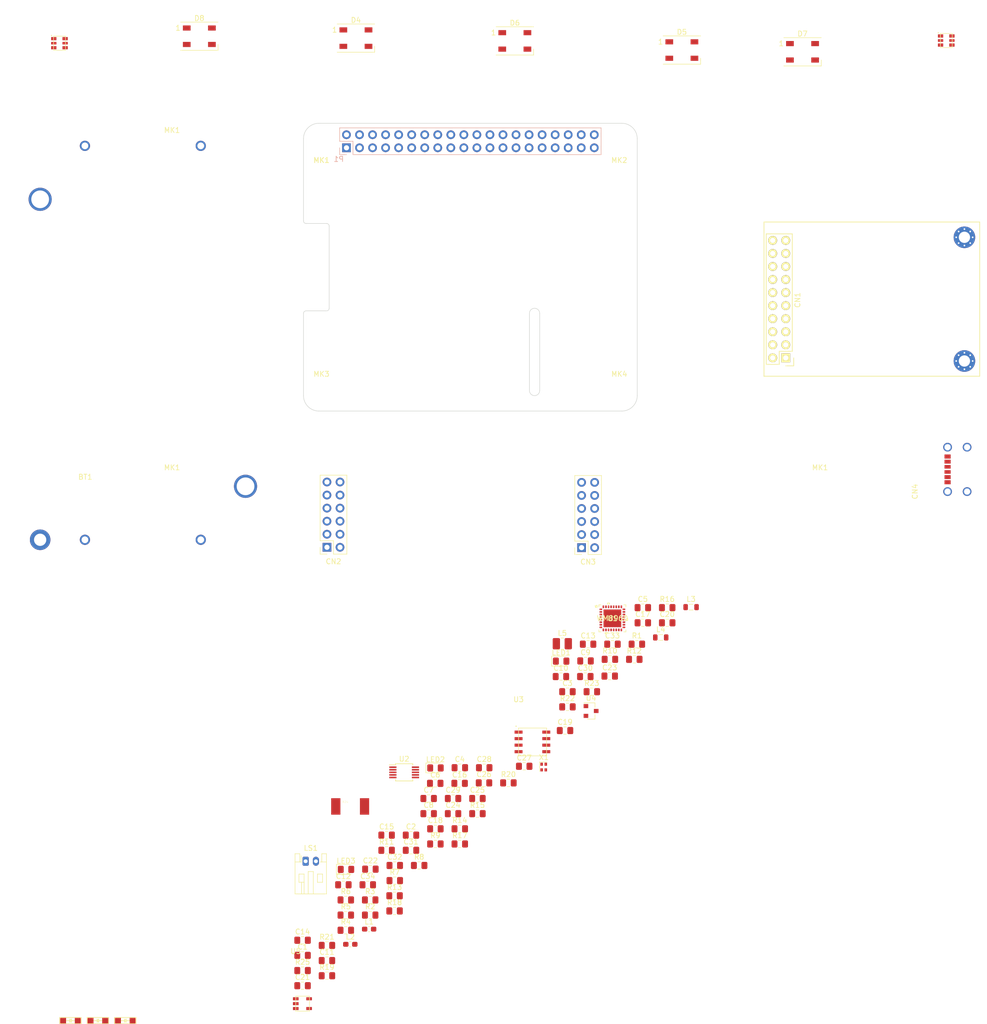
<source format=kicad_pcb>
(kicad_pcb (version 20171130) (host pcbnew "(5.1.10)-1")
  (title_block (date "15 nov 2012"))
  (layers (0 F.Cu signal) (31 B.Cu signal) (34 B.Paste user hide) (35 F.Paste user hide) (36 B.SilkS user hide) (37 F.SilkS user hide) (38 B.Mask user hide) (39 F.Mask user hide) (44 Edge.Cuts user))
  (net 0 "")
  (net 1 +3V3)
  (net 2 +5V)
  (net 3 GND)
  (net 4 /ID_SD)
  (net 5 /ID_SC)
  (net 6 /GPIO5)
  (net 7 /GPIO6)
  (net 8 /GPIO26)
  (net 9 "/GPIO2(SDA1)")
  (net 10 "/GPIO3(SCL1)")
  (net 11 "/GPIO4(GCLK)")
  (net 12 "/GPIO14(TXD0)")
  (net 13 "/GPIO15(RXD0)")
  (net 14 "/GPIO17(GEN0)")
  (net 15 "/GPIO27(GEN2)")
  (net 16 "/GPIO22(GEN3)")
  (net 17 "/GPIO23(GEN4)")
  (net 18 "/GPIO24(GEN5)")
  (net 19 "/GPIO25(GEN6)")
  (net 20 "/GPIO18(GEN1)(PWM0)")
  (net 21 "/GPIO10(SPI0_MOSI)")
  (net 22 "/GPIO9(SPI0_MISO)")
  (net 23 "/GPIO11(SPI0_SCK)")
  (net 24 "/GPIO8(SPI0_CE_N)")
  (net 25 "/GPIO7(SPI1_CE_N)")
  (net 26 "/GPIO12(PWM0)")
  (net 27 "/GPIO13(PWM1)")
  (net 28 "/GPIO19(SPI1_MISO)")
  (net 29 /GPIO16)
  (net 30 "/GPIO20(SPI1_MOSI)")
  (net 31 "/GPIO21(SPI1_SCK)")
  (net 32 /INA219+)
  (net 33 /+3V3A)
  (net 34 /+3V3)
  (net 35 "Net-(C6-Pad2)")
  (net 36 "Net-(C10-Pad1)")
  (net 37 "Net-(C11-Pad1)")
  (net 38 "Net-(C13-Pad1)")
  (net 39 "Net-(C14-Pad1)")
  (net 40 /LINPUT1)
  (net 41 /RINPUT1)
  (net 42 /VMID)
  (net 43 /+5V)
  (net 44 "Net-(C21-Pad1)")
  (net 45 "Net-(C22-Pad1)")
  (net 46 /+5VUSB)
  (net 47 /+VBAT)
  (net 48 "Net-(C30-Pad2)")
  (net 49 "Net-(C30-Pad1)")
  (net 50 /INA219-)
  (net 51 /SPI_MOSI)
  (net 52 /SPI_CE_SX1238)
  (net 53 /SPI_SCLK)
  (net 54 /SPI_MISO)
  (net 55 /TRX_DIO5)
  (net 56 /TRX_DIO3)
  (net 57 /TRX_DIO4)
  (net 58 /TRX_DIO1)
  (net 59 /TRX_DIO2)
  (net 60 /TRX_RESET)
  (net 61 /TRX_DIO0)
  (net 62 /TRX_RXEN)
  (net 63 /TRX_RXTX)
  (net 64 /TRX_MODE)
  (net 65 /TRX_TXEN)
  (net 66 "Net-(CN2-Pad10)")
  (net 67 /ZIGBEE_WAKE)
  (net 68 /~ZIGBEE_RST)
  (net 69 /ZIGBEE_INT)
  (net 70 /SPI_CE_ZIGBEE)
  (net 71 /SPI_CE_ZWAVE)
  (net 72 /ZWAVE_INT)
  (net 73 /~ZWAVE_RST)
  (net 74 /ZWAVE_WAKE)
  (net 75 "Net-(CN3-Pad10)")
  (net 76 "Net-(CN4-PadS1)")
  (net 77 "Net-(CN4-PadA5)")
  (net 78 "Net-(CN4-PadB5)")
  (net 79 "Net-(D2-Pad2)")
  (net 80 "Net-(D4-Pad2)")
  (net 81 /NEOPIXEL_DIN)
  (net 82 "Net-(D5-Pad2)")
  (net 83 "Net-(D6-Pad2)")
  (net 84 "Net-(D7-Pad2)")
  (net 85 "Net-(D8-Pad2)")
  (net 86 "Net-(L3-Pad1)")
  (net 87 "Net-(L4-Pad1)")
  (net 88 "Net-(LED1-Pad1)")
  (net 89 "Net-(LED2-Pad1)")
  (net 90 "Net-(LED3-Pad1)")
  (net 91 /MCLK)
  (net 92 "Net-(R1-Pad1)")
  (net 93 /I2S_CLK)
  (net 94 "Net-(R2-Pad1)")
  (net 95 /I2S_DAC)
  (net 96 "Net-(R3-Pad1)")
  (net 97 "Net-(R4-Pad1)")
  (net 98 /I2S_LRCLK)
  (net 99 /I2S_ADC)
  (net 100 "Net-(R5-Pad1)")
  (net 101 /I2C_SDA)
  (net 102 /I2C_SCL)
  (net 103 /STAT2)
  (net 104 /BTN1)
  (net 105 /BTN2)
  (net 106 /STAT1)
  (net 107 "Net-(R12-Pad2)")
  (net 108 "Net-(R13-Pad2)")
  (net 109 "Net-(R18-Pad2)")
  (net 110 "Net-(R19-Pad1)")
  (net 111 "Net-(R20-Pad1)")
  (net 112 "Net-(R20-Pad2)")
  (net 113 "Net-(R25-Pad2)")
  (net 114 "Net-(U1-Pad2)")
  (net 115 "Net-(U1-Pad3)")
  (net 116 "Net-(U1-Pad6)")
  (net 117 "Net-(U1-Pad7)")
  (net 118 "Net-(U1-Pad23)")
  (net 119 "Net-(U1-Pad25)")
  (net 120 "Net-(U1-Pad29)")
  (net 121 "Net-(U1-Pad30)")
  (net 122 "Net-(U1-Pad31)")
  (net 123 "Net-(U5-Pad3)")
  (net 124 "Net-(U5-Pad5)")
  (module MountingHole:MountingHole_2.7mm_M2.5 (layer F.Cu) (at 174.4 157.3 180)
    (fp_text reference MK1 (at 0 -3.7 180) (layer F.SilkS))
    (fp_text value M2.5)
    (pad 1 np_thru_hole circle (at 0 0 180) (size 2.7 2.7) (drill 2.7) (layers *.Cu *.Mask))
  )
  (module MountingHole:MountingHole_2.7mm_M2.5 (layer F.Cu) (at 300.6 157.3 180)
    (fp_text reference MK1 (at 0 -3.7 180) (layer F.SilkS))
    (fp_text value M2.5)
    (pad 1 np_thru_hole circle (at 0 0 180) (size 2.7 2.7) (drill 2.7) (layers *.Cu *.Mask))
  )
  (module MountingHole:MountingHole_2.7mm_M2.5 (layer F.Cu) (at 300.6 91.65 180)
    (fp_text reference MK1)
    (fp_text value M2.5)
    (pad 1 np_thru_hole circle (at 0 0 180) (size 2.7 2.7) (drill 2.7) (layers *.Cu *.Mask))
  )
  (module MountingHole:MountingHole_2.7mm_M2.5 (layer F.Cu) (at 174.4 91.65 180)
    (fp_text reference MK1 (at 0 -3.7 180) (layer F.SilkS))
    (fp_text value M2.5)
    (pad 1 np_thru_hole circle (at 0 0 180) (size 2.7 2.7) (drill 2.7) (layers *.Cu *.Mask))
  )
  (module MountingHole:MountingHole_2.7mm_M2.5 (layer F.Cu) (at 203.5 97.5 180)
    (fp_text reference MK1 (at 0 -3.7 180) (layer F.SilkS))
    (fp_text value M2.5)
    (pad 1 np_thru_hole circle (at 0 0 180) (size 2.7 2.7) (drill 2.7) (layers *.Cu *.Mask))
  )
  (module Connector_PinSocket_2.54mm:PinSocket_2x20_P2.54mm_Vertical (layer B.Cu) (at 208.37 98.77 270)
    (fp_text reference P1 (at 2.208 1.512) (layer B.SilkS) (effects (justify mirror)))
    (fp_text value Conn_02x20_Odd_Even)
    (pad 1 thru_hole rect (at 0 0 270) (size 1.7 1.7) (drill 1) (layers *.Cu *.Mask) (net 1 +3V3))
    (pad 2 thru_hole oval (at -2.54 0 270) (size 1.7 1.7) (drill 1) (layers *.Cu *.Mask) (net 2 +5V))
    (pad 3 thru_hole oval (at 0 -2.54 270) (size 1.7 1.7) (drill 1) (layers *.Cu *.Mask) (net 9 "/GPIO2(SDA1)"))
    (pad 4 thru_hole oval (at -2.54 -2.54 270) (size 1.7 1.7) (drill 1) (layers *.Cu *.Mask) (net 2 +5V))
    (pad 5 thru_hole oval (at 0 -5.08 270) (size 1.7 1.7) (drill 1) (layers *.Cu *.Mask) (net 10 "/GPIO3(SCL1)"))
    (pad 6 thru_hole oval (at -2.54 -5.08 270) (size 1.7 1.7) (drill 1) (layers *.Cu *.Mask) (net 3 GND))
    (pad 7 thru_hole oval (at 0 -7.62 270) (size 1.7 1.7) (drill 1) (layers *.Cu *.Mask) (net 11 "/GPIO4(GCLK)"))
    (pad 8 thru_hole oval (at -2.54 -7.62 270) (size 1.7 1.7) (drill 1) (layers *.Cu *.Mask) (net 12 "/GPIO14(TXD0)"))
    (pad 9 thru_hole oval (at 0 -10.16 270) (size 1.7 1.7) (drill 1) (layers *.Cu *.Mask) (net 3 GND))
    (pad 10 thru_hole oval (at -2.54 -10.16 270) (size 1.7 1.7) (drill 1) (layers *.Cu *.Mask) (net 13 "/GPIO15(RXD0)"))
    (pad 11 thru_hole oval (at 0 -12.7 270) (size 1.7 1.7) (drill 1) (layers *.Cu *.Mask) (net 14 "/GPIO17(GEN0)"))
    (pad 12 thru_hole oval (at -2.54 -12.7 270) (size 1.7 1.7) (drill 1) (layers *.Cu *.Mask) (net 20 "/GPIO18(GEN1)(PWM0)"))
    (pad 13 thru_hole oval (at 0 -15.24 270) (size 1.7 1.7) (drill 1) (layers *.Cu *.Mask) (net 15 "/GPIO27(GEN2)"))
    (pad 14 thru_hole oval (at -2.54 -15.24 270) (size 1.7 1.7) (drill 1) (layers *.Cu *.Mask) (net 3 GND))
    (pad 15 thru_hole oval (at 0 -17.78 270) (size 1.7 1.7) (drill 1) (layers *.Cu *.Mask) (net 16 "/GPIO22(GEN3)"))
    (pad 16 thru_hole oval (at -2.54 -17.78 270) (size 1.7 1.7) (drill 1) (layers *.Cu *.Mask) (net 17 "/GPIO23(GEN4)"))
    (pad 17 thru_hole oval (at 0 -20.32 270) (size 1.7 1.7) (drill 1) (layers *.Cu *.Mask) (net 1 +3V3))
    (pad 18 thru_hole oval (at -2.54 -20.32 270) (size 1.7 1.7) (drill 1) (layers *.Cu *.Mask) (net 18 "/GPIO24(GEN5)"))
    (pad 19 thru_hole oval (at 0 -22.86 270) (size 1.7 1.7) (drill 1) (layers *.Cu *.Mask) (net 21 "/GPIO10(SPI0_MOSI)"))
    (pad 20 thru_hole oval (at -2.54 -22.86 270) (size 1.7 1.7) (drill 1) (layers *.Cu *.Mask) (net 3 GND))
    (pad 21 thru_hole oval (at 0 -25.4 270) (size 1.7 1.7) (drill 1) (layers *.Cu *.Mask) (net 22 "/GPIO9(SPI0_MISO)"))
    (pad 22 thru_hole oval (at -2.54 -25.4 270) (size 1.7 1.7) (drill 1) (layers *.Cu *.Mask) (net 19 "/GPIO25(GEN6)"))
    (pad 23 thru_hole oval (at 0 -27.94 270) (size 1.7 1.7) (drill 1) (layers *.Cu *.Mask) (net 23 "/GPIO11(SPI0_SCK)"))
    (pad 24 thru_hole oval (at -2.54 -27.94 270) (size 1.7 1.7) (drill 1) (layers *.Cu *.Mask) (net 24 "/GPIO8(SPI0_CE_N)"))
    (pad 25 thru_hole oval (at 0 -30.48 270) (size 1.7 1.7) (drill 1) (layers *.Cu *.Mask) (net 3 GND))
    (pad 26 thru_hole oval (at -2.54 -30.48 270) (size 1.7 1.7) (drill 1) (layers *.Cu *.Mask) (net 25 "/GPIO7(SPI1_CE_N)"))
    (pad 27 thru_hole oval (at 0 -33.02 270) (size 1.7 1.7) (drill 1) (layers *.Cu *.Mask) (net 4 /ID_SD))
    (pad 28 thru_hole oval (at -2.54 -33.02 270) (size 1.7 1.7) (drill 1) (layers *.Cu *.Mask) (net 5 /ID_SC))
    (pad 29 thru_hole oval (at 0 -35.56 270) (size 1.7 1.7) (drill 1) (layers *.Cu *.Mask) (net 6 /GPIO5))
    (pad 30 thru_hole oval (at -2.54 -35.56 270) (size 1.7 1.7) (drill 1) (layers *.Cu *.Mask) (net 3 GND))
    (pad 31 thru_hole oval (at 0 -38.1 270) (size 1.7 1.7) (drill 1) (layers *.Cu *.Mask) (net 7 /GPIO6))
    (pad 32 thru_hole oval (at -2.54 -38.1 270) (size 1.7 1.7) (drill 1) (layers *.Cu *.Mask) (net 26 "/GPIO12(PWM0)"))
    (pad 33 thru_hole oval (at 0 -40.64 270) (size 1.7 1.7) (drill 1) (layers *.Cu *.Mask) (net 27 "/GPIO13(PWM1)"))
    (pad 34 thru_hole oval (at -2.54 -40.64 270) (size 1.7 1.7) (drill 1) (layers *.Cu *.Mask) (net 3 GND))
    (pad 35 thru_hole oval (at 0 -43.18 270) (size 1.7 1.7) (drill 1) (layers *.Cu *.Mask) (net 28 "/GPIO19(SPI1_MISO)"))
    (pad 36 thru_hole oval (at -2.54 -43.18 270) (size 1.7 1.7) (drill 1) (layers *.Cu *.Mask) (net 29 /GPIO16))
    (pad 37 thru_hole oval (at 0 -45.72 270) (size 1.7 1.7) (drill 1) (layers *.Cu *.Mask) (net 8 /GPIO26))
    (pad 38 thru_hole oval (at -2.54 -45.72 270) (size 1.7 1.7) (drill 1) (layers *.Cu *.Mask) (net 30 "/GPIO20(SPI1_MOSI)"))
    (pad 39 thru_hole oval (at 0 -48.26 270) (size 1.7 1.7) (drill 1) (layers *.Cu *.Mask) (net 3 GND))
    (pad 40 thru_hole oval (at -2.54 -48.26 270) (size 1.7 1.7) (drill 1) (layers *.Cu *.Mask) (net 31 "/GPIO21(SPI1_SCK)"))
  )
  (module MountingHole:MountingHole_2.7mm_M2.5 (layer F.Cu) (at 261.5 146.5)
    (fp_text reference MK4 (at 0 -3.7) (layer F.SilkS))
    (fp_text value M2.5)
    (pad 1 np_thru_hole circle (at 0 0) (size 2.7 2.7) (drill 2.7) (layers *.Cu *.Mask))
  )
  (module MountingHole:MountingHole_2.7mm_M2.5 (layer F.Cu) (at 203.5 146.5)
    (fp_text reference MK3 (at 0 -3.7) (layer F.SilkS))
    (fp_text value M2.5)
    (pad 1 np_thru_hole circle (at 0 0) (size 2.7 2.7) (drill 2.7) (layers *.Cu *.Mask))
  )
  (module MountingHole:MountingHole_2.7mm_M2.5 (layer F.Cu) (at 261.5 97.5 180)
    (fp_text reference MK2 (at 0 -3.7 180) (layer F.SilkS))
    (fp_text value M2.5)
    (pad 1 np_thru_hole circle (at 0 0 180) (size 2.7 2.7) (drill 2.7) (layers *.Cu *.Mask))
  )
  (module MountingHole:MountingHole_2.7mm_M2.5 (layer F.Cu) (at 203.5 97.5 180)
    (fp_text reference MK1 (at 0 -3.7 180) (layer F.SilkS))
    (fp_text value M2.5)
    (pad 1 np_thru_hole circle (at 0 0 180) (size 2.7 2.7) (drill 2.7) (layers *.Cu *.Mask))
  )
  (module Capacitor_SMD:C_0805_2012Metric_Pad1.15x1.40mm_HandSolder (layer F.Cu) (at 199.815001 255.925001)
    (fp_text reference C1 (at 0 -1.65) (layer F.SilkS))
    (fp_text value 10uF)
    (pad 1 smd roundrect (at -1.025 0) (size 1.15 1.4) (layers F.Cu F.Paste F.Mask) (roundrect_rratio 0.217391) (net 33 /+3V3A))
    (pad 2 smd roundrect (at 1.025 0) (size 1.15 1.4) (layers F.Cu F.Paste F.Mask) (roundrect_rratio 0.217391) (net 3 GND))
  )
  (module Capacitor_SMD:C_0805_2012Metric_Pad1.15x1.40mm_HandSolder (layer F.Cu) (at 220.935001 232.525001)
    (fp_text reference C2 (at 0 -1.65) (layer F.SilkS))
    (fp_text value 10uF)
    (pad 2 smd roundrect (at 1.025 0) (size 1.15 1.4) (layers F.Cu F.Paste F.Mask) (roundrect_rratio 0.217391) (net 3 GND))
    (pad 1 smd roundrect (at -1.025 0) (size 1.15 1.4) (layers F.Cu F.Paste F.Mask) (roundrect_rratio 0.217391) (net 33 /+3V3A))
  )
  (module Capacitor_SMD:C_0805_2012Metric_Pad1.15x1.40mm_HandSolder (layer F.Cu) (at 251.405001 204.615001)
    (fp_text reference C3 (at 0 -1.65) (layer F.SilkS))
    (fp_text value .1uF)
    (pad 1 smd roundrect (at -1.025 0) (size 1.15 1.4) (layers F.Cu F.Paste F.Mask) (roundrect_rratio 0.217391) (net 34 /+3V3))
    (pad 2 smd roundrect (at 1.025 0) (size 1.15 1.4) (layers F.Cu F.Paste F.Mask) (roundrect_rratio 0.217391) (net 3 GND))
  )
  (module Capacitor_SMD:C_0805_2012Metric_Pad1.15x1.40mm_HandSolder (layer F.Cu) (at 230.445001 219.405001)
    (fp_text reference C4 (at 0 -1.65) (layer F.SilkS))
    (fp_text value .1uF)
    (pad 2 smd roundrect (at 1.025 0) (size 1.15 1.4) (layers F.Cu F.Paste F.Mask) (roundrect_rratio 0.217391) (net 3 GND))
    (pad 1 smd roundrect (at -1.025 0) (size 1.15 1.4) (layers F.Cu F.Paste F.Mask) (roundrect_rratio 0.217391) (net 33 /+3V3A))
  )
  (module Capacitor_SMD:C_0805_2012Metric_Pad1.15x1.40mm_HandSolder (layer F.Cu) (at 266.085001 188.255001)
    (fp_text reference C5 (at 0 -1.65) (layer F.SilkS))
    (fp_text value .1uF)
    (pad 1 smd roundrect (at -1.025 0) (size 1.15 1.4) (layers F.Cu F.Paste F.Mask) (roundrect_rratio 0.217391) (net 33 /+3V3A))
    (pad 2 smd roundrect (at 1.025 0) (size 1.15 1.4) (layers F.Cu F.Paste F.Mask) (roundrect_rratio 0.217391) (net 3 GND))
  )
  (module Capacitor_SMD:C_0805_2012Metric_Pad1.15x1.40mm_HandSolder (layer F.Cu) (at 225.655001 222.445001)
    (fp_text reference C6 (at 0 -1.65) (layer F.SilkS))
    (fp_text value 10uF)
    (pad 1 smd roundrect (at -1.025 0) (size 1.15 1.4) (layers F.Cu F.Paste F.Mask) (roundrect_rratio 0.217391) (net 3 GND))
    (pad 2 smd roundrect (at 1.025 0) (size 1.15 1.4) (layers F.Cu F.Paste F.Mask) (roundrect_rratio 0.217391) (net 35 "Net-(C6-Pad2)"))
  )
  (module Capacitor_SMD:C_0805_2012Metric_Pad1.15x1.40mm_HandSolder (layer F.Cu) (at 224.375001 225.395001)
    (fp_text reference C7 (at 0 -1.65) (layer F.SilkS))
    (fp_text value .1uF)
    (pad 2 smd roundrect (at 1.025 0) (size 1.15 1.4) (layers F.Cu F.Paste F.Mask) (roundrect_rratio 0.217391) (net 3 GND))
    (pad 1 smd roundrect (at -1.025 0) (size 1.15 1.4) (layers F.Cu F.Paste F.Mask) (roundrect_rratio 0.217391) (net 34 /+3V3))
  )
  (module Capacitor_SMD:C_0805_2012Metric_Pad1.15x1.40mm_HandSolder (layer F.Cu) (at 224.375001 228.345001)
    (fp_text reference C8 (at 0 -1.65) (layer F.SilkS))
    (fp_text value 10uF)
    (pad 2 smd roundrect (at 1.025 0) (size 1.15 1.4) (layers F.Cu F.Paste F.Mask) (roundrect_rratio 0.217391) (net 35 "Net-(C6-Pad2)"))
    (pad 1 smd roundrect (at -1.025 0) (size 1.15 1.4) (layers F.Cu F.Paste F.Mask) (roundrect_rratio 0.217391) (net 3 GND))
  )
  (module Capacitor_SMD:C_0805_2012Metric_Pad1.15x1.40mm_HandSolder (layer F.Cu) (at 254.925001 198.625001)
    (fp_text reference C9 (at 0 -1.65) (layer F.SilkS))
    (fp_text value .1uF)
    (pad 1 smd roundrect (at -1.025 0) (size 1.15 1.4) (layers F.Cu F.Paste F.Mask) (roundrect_rratio 0.217391) (net 3 GND))
    (pad 2 smd roundrect (at 1.025 0) (size 1.15 1.4) (layers F.Cu F.Paste F.Mask) (roundrect_rratio 0.217391) (net 34 /+3V3))
  )
  (module Capacitor_SMD:C_0805_2012Metric_Pad1.15x1.40mm_HandSolder (layer F.Cu) (at 250.135001 201.665001)
    (fp_text reference C10 (at 0 -1.65) (layer F.SilkS))
    (fp_text value 33pF)
    (pad 1 smd roundrect (at -1.025 0) (size 1.15 1.4) (layers F.Cu F.Paste F.Mask) (roundrect_rratio 0.217391) (net 36 "Net-(C10-Pad1)"))
    (pad 2 smd roundrect (at 1.025 0) (size 1.15 1.4) (layers F.Cu F.Paste F.Mask) (roundrect_rratio 0.217391) (net 3 GND))
  )
  (module Capacitor_SMD:C_0805_2012Metric_Pad1.15x1.40mm_HandSolder (layer F.Cu) (at 204.565001 256.935001)
    (fp_text reference C11 (at 0 -1.65) (layer F.SilkS))
    (fp_text value 33pF)
    (pad 2 smd roundrect (at 1.025 0) (size 1.15 1.4) (layers F.Cu F.Paste F.Mask) (roundrect_rratio 0.217391) (net 3 GND))
    (pad 1 smd roundrect (at -1.025 0) (size 1.15 1.4) (layers F.Cu F.Paste F.Mask) (roundrect_rratio 0.217391) (net 37 "Net-(C11-Pad1)"))
  )
  (module Capacitor_SMD:C_0805_2012Metric_Pad1.15x1.40mm_HandSolder (layer F.Cu) (at 207.765001 242.185001)
    (fp_text reference C12 (at 0 -1.65) (layer F.SilkS))
    (fp_text value 100nF)
    (pad 2 smd roundrect (at 1.025 0) (size 1.15 1.4) (layers F.Cu F.Paste F.Mask) (roundrect_rratio 0.217391) (net 3 GND))
    (pad 1 smd roundrect (at -1.025 0) (size 1.15 1.4) (layers F.Cu F.Paste F.Mask) (roundrect_rratio 0.217391) (net 33 /+3V3A))
  )
  (module Capacitor_SMD:C_0805_2012Metric_Pad1.15x1.40mm_HandSolder (layer F.Cu) (at 255.425001 195.365001)
    (fp_text reference C13 (at 0 -1.65) (layer F.SilkS))
    (fp_text value 33pF)
    (pad 2 smd roundrect (at 1.025 0) (size 1.15 1.4) (layers F.Cu F.Paste F.Mask) (roundrect_rratio 0.217391) (net 3 GND))
    (pad 1 smd roundrect (at -1.025 0) (size 1.15 1.4) (layers F.Cu F.Paste F.Mask) (roundrect_rratio 0.217391) (net 38 "Net-(C13-Pad1)"))
  )
  (module Capacitor_SMD:C_0805_2012Metric_Pad1.15x1.40mm_HandSolder (layer F.Cu) (at 199.815001 252.975001)
    (fp_text reference C14 (at 0 -1.65) (layer F.SilkS))
    (fp_text value 33pF)
    (pad 1 smd roundrect (at -1.025 0) (size 1.15 1.4) (layers F.Cu F.Paste F.Mask) (roundrect_rratio 0.217391) (net 39 "Net-(C14-Pad1)"))
    (pad 2 smd roundrect (at 1.025 0) (size 1.15 1.4) (layers F.Cu F.Paste F.Mask) (roundrect_rratio 0.217391) (net 3 GND))
  )
  (module Capacitor_SMD:C_0805_2012Metric_Pad1.15x1.40mm_HandSolder (layer F.Cu) (at 216.185001 232.525001)
    (fp_text reference C15 (at 0 -1.65) (layer F.SilkS))
    (fp_text value 10uF)
    (pad 1 smd roundrect (at -1.025 0) (size 1.15 1.4) (layers F.Cu F.Paste F.Mask) (roundrect_rratio 0.217391) (net 40 /LINPUT1))
    (pad 2 smd roundrect (at 1.025 0) (size 1.15 1.4) (layers F.Cu F.Paste F.Mask) (roundrect_rratio 0.217391) (net 38 "Net-(C13-Pad1)"))
  )
  (module Capacitor_SMD:C_0805_2012Metric_Pad1.15x1.40mm_HandSolder (layer F.Cu) (at 230.405001 222.445001)
    (fp_text reference C16 (at 0 -1.65) (layer F.SilkS))
    (fp_text value 10uF)
    (pad 2 smd roundrect (at 1.025 0) (size 1.15 1.4) (layers F.Cu F.Paste F.Mask) (roundrect_rratio 0.217391) (net 39 "Net-(C14-Pad1)"))
    (pad 1 smd roundrect (at -1.025 0) (size 1.15 1.4) (layers F.Cu F.Paste F.Mask) (roundrect_rratio 0.217391) (net 41 /RINPUT1))
  )
  (module Capacitor_SMD:C_0805_2012Metric_Pad1.15x1.40mm_HandSolder (layer F.Cu) (at 266.085001 191.205001)
    (fp_text reference C17 (at 0 -1.65) (layer F.SilkS))
    (fp_text value 10uF)
    (pad 1 smd roundrect (at -1.025 0) (size 1.15 1.4) (layers F.Cu F.Paste F.Mask) (roundrect_rratio 0.217391) (net 3 GND))
    (pad 2 smd roundrect (at 1.025 0) (size 1.15 1.4) (layers F.Cu F.Paste F.Mask) (roundrect_rratio 0.217391) (net 42 /VMID))
  )
  (module Capacitor_SMD:C_0805_2012Metric_Pad1.15x1.40mm_HandSolder (layer F.Cu) (at 225.685001 231.295001)
    (fp_text reference C18 (at 0 -1.65) (layer F.SilkS))
    (fp_text value .1uF)
    (pad 1 smd roundrect (at -1.025 0) (size 1.15 1.4) (layers F.Cu F.Paste F.Mask) (roundrect_rratio 0.217391) (net 3 GND))
    (pad 2 smd roundrect (at 1.025 0) (size 1.15 1.4) (layers F.Cu F.Paste F.Mask) (roundrect_rratio 0.217391) (net 42 /VMID))
  )
  (module Capacitor_SMD:C_0805_2012Metric_Pad1.15x1.40mm_HandSolder (layer F.Cu) (at 250.935001 212.175001)
    (fp_text reference C19 (at 0 -1.65) (layer F.SilkS))
    (fp_text value 10uF)
    (pad 2 smd roundrect (at 1.025 0) (size 1.15 1.4) (layers F.Cu F.Paste F.Mask) (roundrect_rratio 0.217391) (net 43 /+5V))
    (pad 1 smd roundrect (at -1.025 0) (size 1.15 1.4) (layers F.Cu F.Paste F.Mask) (roundrect_rratio 0.217391) (net 3 GND))
  )
  (module Capacitor_SMD:C_0805_2012Metric_Pad1.15x1.40mm_HandSolder (layer F.Cu) (at 270.835001 191.205001)
    (fp_text reference C20 (at 0 -1.65) (layer F.SilkS))
    (fp_text value .1uF)
    (pad 1 smd roundrect (at -1.025 0) (size 1.15 1.4) (layers F.Cu F.Paste F.Mask) (roundrect_rratio 0.217391) (net 3 GND))
    (pad 2 smd roundrect (at 1.025 0) (size 1.15 1.4) (layers F.Cu F.Paste F.Mask) (roundrect_rratio 0.217391) (net 43 /+5V))
  )
  (module Capacitor_SMD:C_0805_2012Metric_Pad1.15x1.40mm_HandSolder (layer F.Cu) (at 199.815001 261.825001)
    (fp_text reference C21 (at 0 -1.65) (layer F.SilkS))
    (fp_text value 100pF)
    (pad 2 smd roundrect (at 1.025 0) (size 1.15 1.4) (layers F.Cu F.Paste F.Mask) (roundrect_rratio 0.217391) (net 3 GND))
    (pad 1 smd roundrect (at -1.025 0) (size 1.15 1.4) (layers F.Cu F.Paste F.Mask) (roundrect_rratio 0.217391) (net 44 "Net-(C21-Pad1)"))
  )
  (module Capacitor_SMD:C_0805_2012Metric_Pad1.15x1.40mm_HandSolder (layer F.Cu) (at 213.025001 239.145001)
    (fp_text reference C22 (at 0 -1.65) (layer F.SilkS))
    (fp_text value 10pF)
    (pad 2 smd roundrect (at 1.025 0) (size 1.15 1.4) (layers F.Cu F.Paste F.Mask) (roundrect_rratio 0.217391) (net 3 GND))
    (pad 1 smd roundrect (at -1.025 0) (size 1.15 1.4) (layers F.Cu F.Paste F.Mask) (roundrect_rratio 0.217391) (net 45 "Net-(C22-Pad1)"))
  )
  (module Capacitor_SMD:C_0805_2012Metric_Pad1.15x1.40mm_HandSolder (layer F.Cu) (at 259.635001 201.575001)
    (fp_text reference C23 (at 0 -1.65) (layer F.SilkS))
    (fp_text value DNP)
    (pad 1 smd roundrect (at -1.025 0) (size 1.15 1.4) (layers F.Cu F.Paste F.Mask) (roundrect_rratio 0.217391) (net 45 "Net-(C22-Pad1)"))
    (pad 2 smd roundrect (at 1.025 0) (size 1.15 1.4) (layers F.Cu F.Paste F.Mask) (roundrect_rratio 0.217391) (net 44 "Net-(C21-Pad1)"))
  )
  (module Capacitor_SMD:C_0805_2012Metric_Pad1.15x1.40mm_HandSolder (layer F.Cu) (at 229.125001 228.345001)
    (fp_text reference C24 (at 0 -1.65) (layer F.SilkS))
    (fp_text value 4.7uF)
    (pad 1 smd roundrect (at -1.025 0) (size 1.15 1.4) (layers F.Cu F.Paste F.Mask) (roundrect_rratio 0.217391) (net 46 /+5VUSB))
    (pad 2 smd roundrect (at 1.025 0) (size 1.15 1.4) (layers F.Cu F.Paste F.Mask) (roundrect_rratio 0.217391) (net 3 GND))
  )
  (module Capacitor_SMD:C_0805_2012Metric_Pad1.15x1.40mm_HandSolder (layer F.Cu) (at 233.875001 225.395001)
    (fp_text reference C25 (at 0 -1.65) (layer F.SilkS))
    (fp_text value .1uF)
    (pad 2 smd roundrect (at 1.025 0) (size 1.15 1.4) (layers F.Cu F.Paste F.Mask) (roundrect_rratio 0.217391) (net 3 GND))
    (pad 1 smd roundrect (at -1.025 0) (size 1.15 1.4) (layers F.Cu F.Paste F.Mask) (roundrect_rratio 0.217391) (net 34 /+3V3))
  )
  (module Capacitor_SMD:C_0805_2012Metric_Pad1.15x1.40mm_HandSolder (layer F.Cu) (at 235.155001 222.355001)
    (fp_text reference C26 (at 0 -1.65) (layer F.SilkS))
    (fp_text value 10uF)
    (pad 1 smd roundrect (at -1.025 0) (size 1.15 1.4) (layers F.Cu F.Paste F.Mask) (roundrect_rratio 0.217391) (net 43 /+5V))
    (pad 2 smd roundrect (at 1.025 0) (size 1.15 1.4) (layers F.Cu F.Paste F.Mask) (roundrect_rratio 0.217391) (net 3 GND))
  )
  (module Capacitor_SMD:C_0805_2012Metric_Pad1.15x1.40mm_HandSolder (layer F.Cu) (at 242.985001 219.125001)
    (fp_text reference C27 (at 0 -1.65) (layer F.SilkS))
    (fp_text value 10uF)
    (pad 2 smd roundrect (at 1.025 0) (size 1.15 1.4) (layers F.Cu F.Paste F.Mask) (roundrect_rratio 0.217391) (net 3 GND))
    (pad 1 smd roundrect (at -1.025 0) (size 1.15 1.4) (layers F.Cu F.Paste F.Mask) (roundrect_rratio 0.217391) (net 32 /INA219+))
  )
  (module Capacitor_SMD:C_0805_2012Metric_Pad1.15x1.40mm_HandSolder (layer F.Cu) (at 235.195001 219.405001)
    (fp_text reference C28 (at 0 -1.65) (layer F.SilkS))
    (fp_text value 10uF)
    (pad 1 smd roundrect (at -1.025 0) (size 1.15 1.4) (layers F.Cu F.Paste F.Mask) (roundrect_rratio 0.217391) (net 43 /+5V))
    (pad 2 smd roundrect (at 1.025 0) (size 1.15 1.4) (layers F.Cu F.Paste F.Mask) (roundrect_rratio 0.217391) (net 3 GND))
  )
  (module Capacitor_SMD:C_0805_2012Metric_Pad1.15x1.40mm_HandSolder (layer F.Cu) (at 229.125001 225.395001)
    (fp_text reference C29 (at 0 -1.65) (layer F.SilkS))
    (fp_text value DNP)
    (pad 2 smd roundrect (at 1.025 0) (size 1.15 1.4) (layers F.Cu F.Paste F.Mask) (roundrect_rratio 0.217391) (net 3 GND))
    (pad 1 smd roundrect (at -1.025 0) (size 1.15 1.4) (layers F.Cu F.Paste F.Mask) (roundrect_rratio 0.217391) (net 47 /+VBAT))
  )
  (module Capacitor_SMD:C_0805_2012Metric_Pad1.15x1.40mm_HandSolder (layer F.Cu) (at 254.885001 201.665001)
    (fp_text reference C30 (at 0 -1.65) (layer F.SilkS))
    (fp_text value "snub cap")
    (pad 2 smd roundrect (at 1.025 0) (size 1.15 1.4) (layers F.Cu F.Paste F.Mask) (roundrect_rratio 0.217391) (net 48 "Net-(C30-Pad2)"))
    (pad 1 smd roundrect (at -1.025 0) (size 1.15 1.4) (layers F.Cu F.Paste F.Mask) (roundrect_rratio 0.217391) (net 49 "Net-(C30-Pad1)"))
  )
  (module Capacitor_SMD:C_0805_2012Metric_Pad1.15x1.40mm_HandSolder (layer F.Cu) (at 220.935001 235.475001)
    (fp_text reference C31 (at 0 -1.65) (layer F.SilkS))
    (fp_text value 10uF)
    (pad 2 smd roundrect (at 1.025 0) (size 1.15 1.4) (layers F.Cu F.Paste F.Mask) (roundrect_rratio 0.217391) (net 3 GND))
    (pad 1 smd roundrect (at -1.025 0) (size 1.15 1.4) (layers F.Cu F.Paste F.Mask) (roundrect_rratio 0.217391) (net 33 /+3V3A))
  )
  (module Capacitor_SMD:C_0805_2012Metric_Pad1.15x1.40mm_HandSolder (layer F.Cu) (at 217.775001 238.425001)
    (fp_text reference C32 (at 0 -1.65) (layer F.SilkS))
    (fp_text value 22uF)
    (pad 2 smd roundrect (at 1.025 0) (size 1.15 1.4) (layers F.Cu F.Paste F.Mask) (roundrect_rratio 0.217391) (net 3 GND))
    (pad 1 smd roundrect (at -1.025 0) (size 1.15 1.4) (layers F.Cu F.Paste F.Mask) (roundrect_rratio 0.217391) (net 49 "Net-(C30-Pad1)"))
  )
  (module Capacitor_SMD:C_0805_2012Metric_Pad1.15x1.40mm_HandSolder (layer F.Cu) (at 260.175001 195.365001)
    (fp_text reference C33 (at 0 -1.65) (layer F.SilkS))
    (fp_text value 10uF)
    (pad 1 smd roundrect (at -1.025 0) (size 1.15 1.4) (layers F.Cu F.Paste F.Mask) (roundrect_rratio 0.217391) (net 33 /+3V3A))
    (pad 2 smd roundrect (at 1.025 0) (size 1.15 1.4) (layers F.Cu F.Paste F.Mask) (roundrect_rratio 0.217391) (net 3 GND))
  )
  (module Capacitor_SMD:C_0805_2012Metric_Pad1.15x1.40mm_HandSolder (layer F.Cu) (at 212.515001 242.185001)
    (fp_text reference C34 (at 0 -1.65) (layer F.SilkS))
    (fp_text value DNP)
    (pad 1 smd roundrect (at -1.025 0) (size 1.15 1.4) (layers F.Cu F.Paste F.Mask) (roundrect_rratio 0.217391) (net 3 GND))
    (pad 2 smd roundrect (at 1.025 0) (size 1.15 1.4) (layers F.Cu F.Paste F.Mask) (roundrect_rratio 0.217391) (net 50 /INA219-))
  )
  (module Connector_PinSocket_2.54mm:PinSocket_2x06_P2.54mm_Vertical (layer F.Cu) (at 204.57 176.51 180)
    (fp_text reference CN2 (at -1.27 -2.77) (layer F.SilkS))
    (fp_text value ZIGBEE_TRX_HEADER)
    (pad 12 thru_hole oval (at -2.54 12.7 180) (size 1.7 1.7) (drill 1) (layers *.Cu *.Mask) (net 34 /+3V3))
    (pad 11 thru_hole oval (at 0 12.7 180) (size 1.7 1.7) (drill 1) (layers *.Cu *.Mask) (net 3 GND))
    (pad 10 thru_hole oval (at -2.54 10.16 180) (size 1.7 1.7) (drill 1) (layers *.Cu *.Mask) (net 66 "Net-(CN2-Pad10)"))
    (pad 9 thru_hole oval (at 0 10.16 180) (size 1.7 1.7) (drill 1) (layers *.Cu *.Mask) (net 67 /ZIGBEE_WAKE))
    (pad 8 thru_hole oval (at -2.54 7.62 180) (size 1.7 1.7) (drill 1) (layers *.Cu *.Mask) (net 68 /~ZIGBEE_RST))
    (pad 7 thru_hole oval (at 0 7.62 180) (size 1.7 1.7) (drill 1) (layers *.Cu *.Mask) (net 69 /ZIGBEE_INT))
    (pad 6 thru_hole oval (at -2.54 5.08 180) (size 1.7 1.7) (drill 1) (layers *.Cu *.Mask) (net 34 /+3V3))
    (pad 5 thru_hole oval (at 0 5.08 180) (size 1.7 1.7) (drill 1) (layers *.Cu *.Mask) (net 3 GND))
    (pad 4 thru_hole oval (at -2.54 2.54 180) (size 1.7 1.7) (drill 1) (layers *.Cu *.Mask) (net 53 /SPI_SCLK))
    (pad 3 thru_hole oval (at 0 2.54 180) (size 1.7 1.7) (drill 1) (layers *.Cu *.Mask) (net 54 /SPI_MISO))
    (pad 2 thru_hole oval (at -2.54 0 180) (size 1.7 1.7) (drill 1) (layers *.Cu *.Mask) (net 51 /SPI_MOSI))
    (pad 1 thru_hole rect (at 0 0 180) (size 1.7 1.7) (drill 1) (layers *.Cu *.Mask) (net 70 /SPI_CE_ZIGBEE))
  )
  (module Connector_PinSocket_2.54mm:PinSocket_2x06_P2.54mm_Vertical (layer F.Cu) (at 254.16 176.58 180)
    (fp_text reference CN3 (at -1.27 -2.77) (layer F.SilkS))
    (fp_text value ZWAVE_TRX_HEADER)
    (pad 1 thru_hole rect (at 0 0 180) (size 1.7 1.7) (drill 1) (layers *.Cu *.Mask) (net 71 /SPI_CE_ZWAVE))
    (pad 2 thru_hole oval (at -2.54 0 180) (size 1.7 1.7) (drill 1) (layers *.Cu *.Mask) (net 51 /SPI_MOSI))
    (pad 3 thru_hole oval (at 0 2.54 180) (size 1.7 1.7) (drill 1) (layers *.Cu *.Mask) (net 54 /SPI_MISO))
    (pad 4 thru_hole oval (at -2.54 2.54 180) (size 1.7 1.7) (drill 1) (layers *.Cu *.Mask) (net 53 /SPI_SCLK))
    (pad 5 thru_hole oval (at 0 5.08 180) (size 1.7 1.7) (drill 1) (layers *.Cu *.Mask) (net 3 GND))
    (pad 6 thru_hole oval (at -2.54 5.08 180) (size 1.7 1.7) (drill 1) (layers *.Cu *.Mask) (net 34 /+3V3))
    (pad 7 thru_hole oval (at 0 7.62 180) (size 1.7 1.7) (drill 1) (layers *.Cu *.Mask) (net 72 /ZWAVE_INT))
    (pad 8 thru_hole oval (at -2.54 7.62 180) (size 1.7 1.7) (drill 1) (layers *.Cu *.Mask) (net 73 /~ZWAVE_RST))
    (pad 9 thru_hole oval (at 0 10.16 180) (size 1.7 1.7) (drill 1) (layers *.Cu *.Mask) (net 74 /ZWAVE_WAKE))
    (pad 10 thru_hole oval (at -2.54 10.16 180) (size 1.7 1.7) (drill 1) (layers *.Cu *.Mask) (net 75 "Net-(CN3-Pad10)"))
    (pad 11 thru_hole oval (at 0 12.7 180) (size 1.7 1.7) (drill 1) (layers *.Cu *.Mask) (net 3 GND))
    (pad 12 thru_hole oval (at -2.54 12.7 180) (size 1.7 1.7) (drill 1) (layers *.Cu *.Mask) (net 34 /+3V3))
  )
  (module SmartiePiHub:onsemi-NRVB120VLSFT1G (layer F.Cu) (at 154.615001 268.625001)
    (fp_text reference D1 (at 0.02 1.51) (layer F.SilkS))
    (fp_text value D_Schottky)
    (pad 2 smd rect (at 1.47 0) (size 1.25 1.22) (layers F.Cu F.Paste F.Mask) (net 46 /+5VUSB))
    (pad 1 smd rect (at -1.48 0) (size 1.25 1.22) (layers F.Cu F.Paste F.Mask) (net 43 /+5V))
  )
  (module SmartiePiHub:onsemi-NRVB120VLSFT1G (layer F.Cu) (at 159.955001 268.625001)
    (fp_text reference D2 (at 0.02 1.51) (layer F.SilkS))
    (fp_text value D_Schottky)
    (pad 1 smd rect (at -1.48 0) (size 1.25 1.22) (layers F.Cu F.Paste F.Mask) (net 49 "Net-(C30-Pad1)"))
    (pad 2 smd rect (at 1.47 0) (size 1.25 1.22) (layers F.Cu F.Paste F.Mask) (net 79 "Net-(D2-Pad2)"))
  )
  (module SmartiePiHub:onsemi-NRVB120VLSFT1G (layer F.Cu) (at 165.295001 268.625001)
    (fp_text reference D3 (at 0.02 1.51) (layer F.SilkS))
    (fp_text value D_Schottky)
    (pad 1 smd rect (at -1.48 0) (size 1.25 1.22) (layers F.Cu F.Paste F.Mask) (net 43 /+5V))
    (pad 2 smd rect (at 1.47 0) (size 1.25 1.22) (layers F.Cu F.Paste F.Mask) (net 49 "Net-(C30-Pad1)"))
  )
  (module LED_SMD:LED_WS2812B_PLCC4_5.0x5.0mm_P3.2mm (layer F.Cu) (at 210.21 77.43)
    (fp_text reference D4 (at 0 -3.5) (layer F.SilkS))
    (fp_text value WS2812B)
    (fp_text user 1 (at -4.15 -1.6) (layer F.SilkS))
    (pad 1 smd rect (at -2.45 -1.6) (size 1.5 1) (layers F.Cu F.Paste F.Mask) (net 43 /+5V))
    (pad 2 smd rect (at -2.45 1.6) (size 1.5 1) (layers F.Cu F.Paste F.Mask) (net 80 "Net-(D4-Pad2)"))
    (pad 4 smd rect (at 2.45 -1.6) (size 1.5 1) (layers F.Cu F.Paste F.Mask) (net 81 /NEOPIXEL_DIN))
    (pad 3 smd rect (at 2.45 1.6) (size 1.5 1) (layers F.Cu F.Paste F.Mask) (net 3 GND))
  )
  (module LED_SMD:LED_WS2812B_PLCC4_5.0x5.0mm_P3.2mm (layer F.Cu) (at 273.69 79.75)
    (fp_text reference D5 (at 0 -3.5) (layer F.SilkS))
    (fp_text value WS2812B)
    (fp_text user 1 (at -4.15 -1.6) (layer F.SilkS))
    (pad 3 smd rect (at 2.45 1.6) (size 1.5 1) (layers F.Cu F.Paste F.Mask) (net 3 GND))
    (pad 4 smd rect (at 2.45 -1.6) (size 1.5 1) (layers F.Cu F.Paste F.Mask) (net 80 "Net-(D4-Pad2)"))
    (pad 2 smd rect (at -2.45 1.6) (size 1.5 1) (layers F.Cu F.Paste F.Mask) (net 82 "Net-(D5-Pad2)"))
    (pad 1 smd rect (at -2.45 -1.6) (size 1.5 1) (layers F.Cu F.Paste F.Mask) (net 43 /+5V))
  )
  (module LED_SMD:LED_WS2812B_PLCC4_5.0x5.0mm_P3.2mm (layer F.Cu) (at 241.16 77.97)
    (fp_text reference D6 (at 0 -3.5) (layer F.SilkS))
    (fp_text value WS2812B)
    (fp_text user 1 (at -4.15 -1.6) (layer F.SilkS))
    (pad 1 smd rect (at -2.45 -1.6) (size 1.5 1) (layers F.Cu F.Paste F.Mask) (net 43 /+5V))
    (pad 2 smd rect (at -2.45 1.6) (size 1.5 1) (layers F.Cu F.Paste F.Mask) (net 83 "Net-(D6-Pad2)"))
    (pad 4 smd rect (at 2.45 -1.6) (size 1.5 1) (layers F.Cu F.Paste F.Mask) (net 82 "Net-(D5-Pad2)"))
    (pad 3 smd rect (at 2.45 1.6) (size 1.5 1) (layers F.Cu F.Paste F.Mask) (net 3 GND))
  )
  (module LED_SMD:LED_WS2812B_PLCC4_5.0x5.0mm_P3.2mm (layer F.Cu) (at 297.19 80.09)
    (fp_text reference D7 (at 0 -3.5) (layer F.SilkS))
    (fp_text value WS2812B)
    (fp_text user 1 (at -4.15 -1.6) (layer F.SilkS))
    (pad 3 smd rect (at 2.45 1.6) (size 1.5 1) (layers F.Cu F.Paste F.Mask) (net 3 GND))
    (pad 4 smd rect (at 2.45 -1.6) (size 1.5 1) (layers F.Cu F.Paste F.Mask) (net 83 "Net-(D6-Pad2)"))
    (pad 2 smd rect (at -2.45 1.6) (size 1.5 1) (layers F.Cu F.Paste F.Mask) (net 84 "Net-(D7-Pad2)"))
    (pad 1 smd rect (at -2.45 -1.6) (size 1.5 1) (layers F.Cu F.Paste F.Mask) (net 43 /+5V))
  )
  (module LED_SMD:LED_WS2812B_PLCC4_5.0x5.0mm_P3.2mm (layer F.Cu) (at 179.71 77.06)
    (fp_text reference D8 (at 0 -3.5) (layer F.SilkS))
    (fp_text value WS2812B)
    (fp_text user 1 (at -4.15 -1.6) (layer F.SilkS))
    (pad 3 smd rect (at 2.45 1.6) (size 1.5 1) (layers F.Cu F.Paste F.Mask) (net 3 GND))
    (pad 4 smd rect (at 2.45 -1.6) (size 1.5 1) (layers F.Cu F.Paste F.Mask) (net 84 "Net-(D7-Pad2)"))
    (pad 2 smd rect (at -2.45 1.6) (size 1.5 1) (layers F.Cu F.Paste F.Mask) (net 85 "Net-(D8-Pad2)"))
    (pad 1 smd rect (at -2.45 -1.6) (size 1.5 1) (layers F.Cu F.Paste F.Mask) (net 43 /+5V))
  )
  (module Inductor_SMD:L_0603_1608Metric_Pad1.05x0.95mm_HandSolder (layer F.Cu) (at 212.785001 250.815001)
    (fp_text reference L1 (at 0 -1.43) (layer F.SilkS))
    (fp_text value BLM18BD252SN1)
    (pad 1 smd roundrect (at -0.875 0) (size 1.05 0.95) (layers F.Cu F.Paste F.Mask) (net 36 "Net-(C10-Pad1)"))
    (pad 2 smd roundrect (at 0.875 0) (size 1.05 0.95) (layers F.Cu F.Paste F.Mask) (net 38 "Net-(C13-Pad1)"))
  )
  (module Inductor_SMD:L_0603_1608Metric_Pad1.05x0.95mm_HandSolder (layer F.Cu) (at 209.115001 253.765001)
    (fp_text reference L2 (at 0 -1.43) (layer F.SilkS))
    (fp_text value BLM18BD252SN1)
    (pad 2 smd roundrect (at 0.875 0) (size 1.05 0.95) (layers F.Cu F.Paste F.Mask) (net 39 "Net-(C14-Pad1)"))
    (pad 1 smd roundrect (at -0.875 0) (size 1.05 0.95) (layers F.Cu F.Paste F.Mask) (net 37 "Net-(C11-Pad1)"))
  )
  (module Inductor_SMD:L_0805_2012Metric (layer F.Cu) (at 275.485001 188.155001)
    (fp_text reference L3 (at 0 -1.55) (layer F.SilkS))
    (fp_text value 120R)
    (pad 1 smd roundrect (at -1.0625 0) (size 0.875 1.2) (layers F.Cu F.Paste F.Mask) (net 86 "Net-(L3-Pad1)"))
    (pad 2 smd roundrect (at 1.0625 0) (size 0.875 1.2) (layers F.Cu F.Paste F.Mask) (net 45 "Net-(C22-Pad1)"))
  )
  (module Inductor_SMD:L_0805_2012Metric (layer F.Cu) (at 269.575001 194.055001)
    (fp_text reference L4 (at 0 -1.55) (layer F.SilkS))
    (fp_text value 120R)
    (pad 2 smd roundrect (at 1.0625 0) (size 0.875 1.2) (layers F.Cu F.Paste F.Mask) (net 44 "Net-(C21-Pad1)"))
    (pad 1 smd roundrect (at -1.0625 0) (size 0.875 1.2) (layers F.Cu F.Paste F.Mask) (net 87 "Net-(L4-Pad1)"))
  )
  (module Inductor_SMD:L_1008_2520Metric_Pad1.43x2.20mm_HandSolder (layer F.Cu) (at 250.405001 195.275001)
    (fp_text reference L5 (at 0 -2.05) (layer F.SilkS))
    (fp_text value 2.2uH)
    (pad 1 smd roundrect (at -1.1625 0) (size 1.425 2.2) (layers F.Cu F.Paste F.Mask) (roundrect_rratio 0.175439) (net 47 /+VBAT))
    (pad 2 smd roundrect (at 1.1625 0) (size 1.425 2.2) (layers F.Cu F.Paste F.Mask) (roundrect_rratio 0.175439) (net 79 "Net-(D2-Pad2)"))
  )
  (module LED_SMD:LED_0805_2012Metric_Pad1.15x1.40mm_HandSolder (layer F.Cu) (at 250.180001 198.670001)
    (fp_text reference LED1 (at 0 -1.65) (layer F.SilkS))
    (fp_text value DNP)
    (pad 1 smd roundrect (at -1.025 0) (size 1.15 1.4) (layers F.Cu F.Paste F.Mask) (roundrect_rratio 0.217391) (net 88 "Net-(LED1-Pad1)"))
    (pad 2 smd roundrect (at 1.025 0) (size 1.15 1.4) (layers F.Cu F.Paste F.Mask) (roundrect_rratio 0.217391) (net 46 /+5VUSB))
  )
  (module LED_SMD:LED_0805_2012Metric_Pad1.15x1.40mm_HandSolder (layer F.Cu) (at 225.700001 219.450001)
    (fp_text reference LED2 (at 0 -1.65) (layer F.SilkS))
    (fp_text value DNP)
    (pad 1 smd roundrect (at -1.025 0) (size 1.15 1.4) (layers F.Cu F.Paste F.Mask) (roundrect_rratio 0.217391) (net 89 "Net-(LED2-Pad1)"))
    (pad 2 smd roundrect (at 1.025 0) (size 1.15 1.4) (layers F.Cu F.Paste F.Mask) (roundrect_rratio 0.217391) (net 46 /+5VUSB))
  )
  (module LED_SMD:LED_0805_2012Metric_Pad1.15x1.40mm_HandSolder (layer F.Cu) (at 208.280001 239.190001)
    (fp_text reference LED3 (at 0 -1.65) (layer F.SilkS))
    (fp_text value RED)
    (pad 2 smd roundrect (at 1.025 0) (size 1.15 1.4) (layers F.Cu F.Paste F.Mask) (roundrect_rratio 0.217391) (net 46 /+5VUSB))
    (pad 1 smd roundrect (at -1.025 0) (size 1.15 1.4) (layers F.Cu F.Paste F.Mask) (roundrect_rratio 0.217391) (net 90 "Net-(LED3-Pad1)"))
  )
  (module Connector_JST:JST_PH_S2B-PH-K_1x02_P2.00mm_Horizontal (layer F.Cu) (at 200.415001 237.605001)
    (fp_text reference LS1 (at 1 -2.55) (layer F.SilkS))
    (fp_text value Speaker)
    (pad 1 thru_hole roundrect (at 0 0) (size 1.2 1.75) (drill 0.75) (layers *.Cu *.Mask) (roundrect_rratio 0.208333) (net 45 "Net-(C22-Pad1)"))
    (pad 2 thru_hole oval (at 2 0) (size 1.2 1.75) (drill 0.75) (layers *.Cu *.Mask) (net 44 "Net-(C21-Pad1)"))
  )
  (module SmartiePiHub:SPH1642HT5H (layer F.Cu) (at 324.05 77.01)
    (fp_text reference MIC1 (at 0.0508 -12.0904) (layer F.SilkS))
    (fp_text value SPH1642HT5H_MIC)
    (pad 1 smd rect (at 0.0254 0) (size 1.032 0.622) (layers F.Cu F.Paste F.Mask) (net 3 GND))
    (pad 6 smd rect (at 2.2334 0) (size 1.032 0.622) (layers F.Cu F.Paste F.Mask) (net 33 /+3V3A))
    (pad 5 smd rect (at 2.2334 0.884) (size 1.032 0.5) (layers F.Cu F.Paste F.Mask) (net 3 GND))
    (pad 4 smd rect (at 2.2334 1.768) (size 1.032 0.622) (layers F.Cu F.Paste F.Mask) (net 36 "Net-(C10-Pad1)"))
    (pad 2 smd rect (at 0.0254 0.884) (size 1.032 0.5) (layers F.Cu F.Paste F.Mask) (net 3 GND))
    (pad 3 smd rect (at 0.0254 1.768) (size 1.032 0.622) (layers F.Cu F.Paste F.Mask) (net 3 GND))
  )
  (module SmartiePiHub:SPH1642HT5H (layer F.Cu) (at 151.34 77.53)
    (fp_text reference MIC2 (at 0.0508 -12.0904) (layer F.SilkS))
    (fp_text value SPH1642HT5H_MIC)
    (pad 3 smd rect (at 0.0254 1.768) (size 1.032 0.622) (layers F.Cu F.Paste F.Mask) (net 3 GND))
    (pad 2 smd rect (at 0.0254 0.884) (size 1.032 0.5) (layers F.Cu F.Paste F.Mask) (net 3 GND))
    (pad 4 smd rect (at 2.2334 1.768) (size 1.032 0.622) (layers F.Cu F.Paste F.Mask) (net 37 "Net-(C11-Pad1)"))
    (pad 5 smd rect (at 2.2334 0.884) (size 1.032 0.5) (layers F.Cu F.Paste F.Mask) (net 3 GND))
    (pad 6 smd rect (at 2.2334 0) (size 1.032 0.622) (layers F.Cu F.Paste F.Mask) (net 33 /+3V3A))
    (pad 1 smd rect (at 0.0254 0) (size 1.032 0.622) (layers F.Cu F.Paste F.Mask) (net 3 GND))
  )
  (module Resistor_SMD:R_0805_2012Metric_Pad1.15x1.40mm_HandSolder (layer F.Cu) (at 264.925001 195.365001)
    (fp_text reference R1 (at 0 -1.65) (layer F.SilkS))
    (fp_text value 10)
    (pad 2 smd roundrect (at 1.025 0) (size 1.15 1.4) (layers F.Cu F.Paste F.Mask) (roundrect_rratio 0.217391) (net 91 /MCLK))
    (pad 1 smd roundrect (at -1.025 0) (size 1.15 1.4) (layers F.Cu F.Paste F.Mask) (roundrect_rratio 0.217391) (net 92 "Net-(R1-Pad1)"))
  )
  (module Resistor_SMD:R_0805_2012Metric_Pad1.15x1.40mm_HandSolder (layer F.Cu) (at 212.985001 248.085001)
    (fp_text reference R2 (at 0 -1.65) (layer F.SilkS))
    (fp_text value 10)
    (pad 2 smd roundrect (at 1.025 0) (size 1.15 1.4) (layers F.Cu F.Paste F.Mask) (roundrect_rratio 0.217391) (net 93 /I2S_CLK))
    (pad 1 smd roundrect (at -1.025 0) (size 1.15 1.4) (layers F.Cu F.Paste F.Mask) (roundrect_rratio 0.217391) (net 94 "Net-(R2-Pad1)"))
  )
  (module Resistor_SMD:R_0805_2012Metric_Pad1.15x1.40mm_HandSolder (layer F.Cu) (at 212.985001 245.135001)
    (fp_text reference R3 (at 0 -1.65) (layer F.SilkS))
    (fp_text value 10)
    (pad 2 smd roundrect (at 1.025 0) (size 1.15 1.4) (layers F.Cu F.Paste F.Mask) (roundrect_rratio 0.217391) (net 95 /I2S_DAC))
    (pad 1 smd roundrect (at -1.025 0) (size 1.15 1.4) (layers F.Cu F.Paste F.Mask) (roundrect_rratio 0.217391) (net 96 "Net-(R3-Pad1)"))
  )
  (module Resistor_SMD:R_0805_2012Metric_Pad1.15x1.40mm_HandSolder (layer F.Cu) (at 208.235001 251.035001)
    (fp_text reference R4 (at 0 -1.65) (layer F.SilkS))
    (fp_text value 10)
    (pad 1 smd roundrect (at -1.025 0) (size 1.15 1.4) (layers F.Cu F.Paste F.Mask) (roundrect_rratio 0.217391) (net 97 "Net-(R4-Pad1)"))
    (pad 2 smd roundrect (at 1.025 0) (size 1.15 1.4) (layers F.Cu F.Paste F.Mask) (roundrect_rratio 0.217391) (net 98 /I2S_LRCLK))
  )
  (module Resistor_SMD:R_0805_2012Metric_Pad1.15x1.40mm_HandSolder (layer F.Cu) (at 208.235001 248.085001)
    (fp_text reference R5 (at 0 -1.65) (layer F.SilkS))
    (fp_text value 10)
    (pad 2 smd roundrect (at 1.025 0) (size 1.15 1.4) (layers F.Cu F.Paste F.Mask) (roundrect_rratio 0.217391) (net 99 /I2S_ADC))
    (pad 1 smd roundrect (at -1.025 0) (size 1.15 1.4) (layers F.Cu F.Paste F.Mask) (roundrect_rratio 0.217391) (net 100 "Net-(R5-Pad1)"))
  )
  (module Resistor_SMD:R_0805_2012Metric_Pad1.15x1.40mm_HandSolder (layer F.Cu) (at 208.235001 245.135001)
    (fp_text reference R6 (at 0 -1.65) (layer F.SilkS))
    (fp_text value 10K)
    (pad 1 smd roundrect (at -1.025 0) (size 1.15 1.4) (layers F.Cu F.Paste F.Mask) (roundrect_rratio 0.217391) (net 34 /+3V3))
    (pad 2 smd roundrect (at 1.025 0) (size 1.15 1.4) (layers F.Cu F.Paste F.Mask) (roundrect_rratio 0.217391) (net 101 /I2C_SDA))
  )
  (module Resistor_SMD:R_0805_2012Metric_Pad1.15x1.40mm_HandSolder (layer F.Cu) (at 217.775001 241.375001)
    (fp_text reference R7 (at 0 -1.65) (layer F.SilkS))
    (fp_text value 10K)
    (pad 1 smd roundrect (at -1.025 0) (size 1.15 1.4) (layers F.Cu F.Paste F.Mask) (roundrect_rratio 0.217391) (net 34 /+3V3))
    (pad 2 smd roundrect (at 1.025 0) (size 1.15 1.4) (layers F.Cu F.Paste F.Mask) (roundrect_rratio 0.217391) (net 102 /I2C_SCL))
  )
  (module Resistor_SMD:R_0805_2012Metric_Pad1.15x1.40mm_HandSolder (layer F.Cu) (at 222.525001 238.425001)
    (fp_text reference R8 (at 0 -1.65) (layer F.SilkS))
    (fp_text value DNP)
    (pad 2 smd roundrect (at 1.025 0) (size 1.15 1.4) (layers F.Cu F.Paste F.Mask) (roundrect_rratio 0.217391) (net 103 /STAT2))
    (pad 1 smd roundrect (at -1.025 0) (size 1.15 1.4) (layers F.Cu F.Paste F.Mask) (roundrect_rratio 0.217391) (net 88 "Net-(LED1-Pad1)"))
  )
  (module Resistor_SMD:R_0805_2012Metric_Pad1.15x1.40mm_HandSolder (layer F.Cu) (at 225.685001 234.245001)
    (fp_text reference R9 (at 0 -1.65) (layer F.SilkS))
    (fp_text value 10K)
    (pad 1 smd roundrect (at -1.025 0) (size 1.15 1.4) (layers F.Cu F.Paste F.Mask) (roundrect_rratio 0.217391) (net 104 /BTN1))
    (pad 2 smd roundrect (at 1.025 0) (size 1.15 1.4) (layers F.Cu F.Paste F.Mask) (roundrect_rratio 0.217391) (net 34 /+3V3))
  )
  (module Resistor_SMD:R_0805_2012Metric_Pad1.15x1.40mm_HandSolder (layer F.Cu) (at 259.675001 198.315001)
    (fp_text reference R10 (at 0 -1.65) (layer F.SilkS))
    (fp_text value 10K)
    (pad 2 smd roundrect (at 1.025 0) (size 1.15 1.4) (layers F.Cu F.Paste F.Mask) (roundrect_rratio 0.217391) (net 34 /+3V3))
    (pad 1 smd roundrect (at -1.025 0) (size 1.15 1.4) (layers F.Cu F.Paste F.Mask) (roundrect_rratio 0.217391) (net 105 /BTN2))
  )
  (module Resistor_SMD:R_0805_2012Metric_Pad1.15x1.40mm_HandSolder (layer F.Cu) (at 216.185001 235.475001)
    (fp_text reference R11 (at 0 -1.65) (layer F.SilkS))
    (fp_text value DNP)
    (pad 1 smd roundrect (at -1.025 0) (size 1.15 1.4) (layers F.Cu F.Paste F.Mask) (roundrect_rratio 0.217391) (net 89 "Net-(LED2-Pad1)"))
    (pad 2 smd roundrect (at 1.025 0) (size 1.15 1.4) (layers F.Cu F.Paste F.Mask) (roundrect_rratio 0.217391) (net 106 /STAT1))
  )
  (module Resistor_SMD:R_0805_2012Metric_Pad1.15x1.40mm_HandSolder (layer F.Cu) (at 264.425001 198.315001)
    (fp_text reference R12 (at 0 -1.65) (layer F.SilkS))
    (fp_text value DNP)
    (pad 2 smd roundrect (at 1.025 0) (size 1.15 1.4) (layers F.Cu F.Paste F.Mask) (roundrect_rratio 0.217391) (net 107 "Net-(R12-Pad2)"))
    (pad 1 smd roundrect (at -1.025 0) (size 1.15 1.4) (layers F.Cu F.Paste F.Mask) (roundrect_rratio 0.217391) (net 34 /+3V3))
  )
  (module Resistor_SMD:R_0805_2012Metric_Pad1.15x1.40mm_HandSolder (layer F.Cu) (at 217.735001 244.325001)
    (fp_text reference R13 (at 0 -1.65) (layer F.SilkS))
    (fp_text value DNP)
    (pad 1 smd roundrect (at -1.025 0) (size 1.15 1.4) (layers F.Cu F.Paste F.Mask) (roundrect_rratio 0.217391) (net 34 /+3V3))
    (pad 2 smd roundrect (at 1.025 0) (size 1.15 1.4) (layers F.Cu F.Paste F.Mask) (roundrect_rratio 0.217391) (net 108 "Net-(R13-Pad2)"))
  )
  (module Resistor_SMD:R_0805_2012Metric_Pad1.15x1.40mm_HandSolder (layer F.Cu) (at 230.435001 231.295001)
    (fp_text reference R14 (at 0 -1.65) (layer F.SilkS))
    (fp_text value 10K)
    (pad 1 smd roundrect (at -1.025 0) (size 1.15 1.4) (layers F.Cu F.Paste F.Mask) (roundrect_rratio 0.217391) (net 108 "Net-(R13-Pad2)"))
    (pad 2 smd roundrect (at 1.025 0) (size 1.15 1.4) (layers F.Cu F.Paste F.Mask) (roundrect_rratio 0.217391) (net 3 GND))
  )
  (module Resistor_SMD:R_0805_2012Metric_Pad1.15x1.40mm_HandSolder (layer F.Cu) (at 233.875001 228.345001)
    (fp_text reference R15 (at 0 -1.65) (layer F.SilkS))
    (fp_text value 10K)
    (pad 2 smd roundrect (at 1.025 0) (size 1.15 1.4) (layers F.Cu F.Paste F.Mask) (roundrect_rratio 0.217391) (net 3 GND))
    (pad 1 smd roundrect (at -1.025 0) (size 1.15 1.4) (layers F.Cu F.Paste F.Mask) (roundrect_rratio 0.217391) (net 107 "Net-(R12-Pad2)"))
  )
  (module Resistor_SMD:R_0805_2012Metric_Pad1.15x1.40mm_HandSolder (layer F.Cu) (at 270.835001 188.255001)
    (fp_text reference R16 (at 0 -1.65) (layer F.SilkS))
    (fp_text value DNP)
    (pad 2 smd roundrect (at 1.025 0) (size 1.15 1.4) (layers F.Cu F.Paste F.Mask) (roundrect_rratio 0.217391) (net 101 /I2C_SDA))
    (pad 1 smd roundrect (at -1.025 0) (size 1.15 1.4) (layers F.Cu F.Paste F.Mask) (roundrect_rratio 0.217391) (net 34 /+3V3))
  )
  (module Resistor_SMD:R_0805_2012Metric_Pad1.15x1.40mm_HandSolder (layer F.Cu) (at 230.435001 234.245001)
    (fp_text reference R17 (at 0 -1.65) (layer F.SilkS))
    (fp_text value DNP)
    (pad 1 smd roundrect (at -1.025 0) (size 1.15 1.4) (layers F.Cu F.Paste F.Mask) (roundrect_rratio 0.217391) (net 34 /+3V3))
    (pad 2 smd roundrect (at 1.025 0) (size 1.15 1.4) (layers F.Cu F.Paste F.Mask) (roundrect_rratio 0.217391) (net 102 /I2C_SCL))
  )
  (module Resistor_SMD:R_0805_2012Metric_Pad1.15x1.40mm_HandSolder (layer F.Cu) (at 217.735001 247.275001)
    (fp_text reference R18 (at 0 -1.65) (layer F.SilkS))
    (fp_text value 1K)
    (pad 2 smd roundrect (at 1.025 0) (size 1.15 1.4) (layers F.Cu F.Paste F.Mask) (roundrect_rratio 0.217391) (net 109 "Net-(R18-Pad2)"))
    (pad 1 smd roundrect (at -1.025 0) (size 1.15 1.4) (layers F.Cu F.Paste F.Mask) (roundrect_rratio 0.217391) (net 90 "Net-(LED3-Pad1)"))
  )
  (module Resistor_SMD:R_0805_2012Metric_Pad1.15x1.40mm_HandSolder (layer F.Cu) (at 204.565001 259.885001)
    (fp_text reference R19 (at 0 -1.65) (layer F.SilkS))
    (fp_text value 1K)
    (pad 1 smd roundrect (at -1.025 0) (size 1.15 1.4) (layers F.Cu F.Paste F.Mask) (roundrect_rratio 0.217391) (net 110 "Net-(R19-Pad1)"))
    (pad 2 smd roundrect (at 1.025 0) (size 1.15 1.4) (layers F.Cu F.Paste F.Mask) (roundrect_rratio 0.217391) (net 3 GND))
  )
  (module Resistor_SMD:R_0805_2012Metric_Pad1.15x1.40mm_HandSolder (layer F.Cu) (at 239.905001 222.355001)
    (fp_text reference R20 (at 0 -1.65) (layer F.SilkS))
    (fp_text value 1K)
    (pad 1 smd roundrect (at -1.025 0) (size 1.15 1.4) (layers F.Cu F.Paste F.Mask) (roundrect_rratio 0.217391) (net 111 "Net-(R20-Pad1)"))
    (pad 2 smd roundrect (at 1.025 0) (size 1.15 1.4) (layers F.Cu F.Paste F.Mask) (roundrect_rratio 0.217391) (net 112 "Net-(R20-Pad2)"))
  )
  (module Resistor_SMD:R_0805_2012Metric_Pad1.15x1.40mm_HandSolder (layer F.Cu) (at 204.565001 253.985001)
    (fp_text reference R21 (at 0 -1.65) (layer F.SilkS))
    (fp_text value 10K)
    (pad 2 smd roundrect (at 1.025 0) (size 1.15 1.4) (layers F.Cu F.Paste F.Mask) (roundrect_rratio 0.217391) (net 111 "Net-(R20-Pad1)"))
    (pad 1 smd roundrect (at -1.025 0) (size 1.15 1.4) (layers F.Cu F.Paste F.Mask) (roundrect_rratio 0.217391) (net 3 GND))
  )
  (module Resistor_SMD:R_0805_2012Metric_Pad1.15x1.40mm_HandSolder (layer F.Cu) (at 251.405001 207.565001)
    (fp_text reference R22 (at 0 -1.65) (layer F.SilkS))
    (fp_text value "snub res")
    (pad 2 smd roundrect (at 1.025 0) (size 1.15 1.4) (layers F.Cu F.Paste F.Mask) (roundrect_rratio 0.217391) (net 48 "Net-(C30-Pad2)"))
    (pad 1 smd roundrect (at -1.025 0) (size 1.15 1.4) (layers F.Cu F.Paste F.Mask) (roundrect_rratio 0.217391) (net 79 "Net-(D2-Pad2)"))
  )
  (module Resistor_SMD:R_0805_2012Metric_Pad1.15x1.40mm_HandSolder (layer F.Cu) (at 256.155001 204.615001)
    (fp_text reference R23 (at 0 -1.65) (layer F.SilkS))
    (fp_text value 150K)
    (pad 1 smd roundrect (at -1.025 0) (size 1.15 1.4) (layers F.Cu F.Paste F.Mask) (roundrect_rratio 0.217391) (net 3 GND))
    (pad 2 smd roundrect (at 1.025 0) (size 1.15 1.4) (layers F.Cu F.Paste F.Mask) (roundrect_rratio 0.217391) (net 111 "Net-(R20-Pad1)"))
  )
  (module SmartiePiHub:2512 (layer F.Cu) (at 209.088401 226.938401)
    (fp_text reference R24 (at -1.524 -0.635) (layer F.SilkS) (effects (font (size 0.38608 0.38608) (thickness 0.032512)) (justify left bottom)))
    (fp_text value "0.1/1% (PT2512FK-070R1L)")
    (pad 2 smd rect (at 2.8 0) (size 1.8 3.2) (layers F.Cu F.Paste F.Mask) (net 50 /INA219-))
    (pad 1 smd rect (at -2.8 0) (size 1.8 3.2) (layers F.Cu F.Paste F.Mask) (net 32 /INA219+))
  )
  (module Resistor_SMD:R_0805_2012Metric_Pad1.15x1.40mm_HandSolder (layer F.Cu) (at 199.815001 258.875001)
    (fp_text reference R25 (at 0 -1.65) (layer F.SilkS))
    (fp_text value 0)
    (pad 1 smd roundrect (at -1.025 0) (size 1.15 1.4) (layers F.Cu F.Paste F.Mask) (roundrect_rratio 0.217391) (net 47 /+VBAT))
    (pad 2 smd roundrect (at 1.025 0) (size 1.15 1.4) (layers F.Cu F.Paste F.Mask) (roundrect_rratio 0.217391) (net 113 "Net-(R25-Pad2)"))
  )
  (module SmartiePiHub:WM8960CGEFL&slash_V (layer F.Cu) (at 260.157501 190.338001)
    (fp_text reference U1 (at 0 0) (layer F.SilkS))
    (fp_text value WM8960 (at 0 0) (layer F.SilkS))
    (fp_text user * (at -3.135 -2) (layer F.SilkS))
    (fp_text user * (at -3.135 -2) (layer F.SilkS))
    (pad 1 smd rect (at -2.246 -1.749999 90) (size 0.3048 0.508) (layers F.Cu F.Paste F.Mask) (net 35 "Net-(C6-Pad2)"))
    (pad 2 smd rect (at -2.246 -1.25 90) (size 0.3048 0.508) (layers F.Cu F.Paste F.Mask) (net 114 "Net-(U1-Pad2)"))
    (pad 3 smd rect (at -2.246 -0.750001 90) (size 0.3048 0.508) (layers F.Cu F.Paste F.Mask) (net 115 "Net-(U1-Pad3)"))
    (pad 4 smd rect (at -2.246 -0.25 90) (size 0.3048 0.508) (layers F.Cu F.Paste F.Mask) (net 40 /LINPUT1))
    (pad 5 smd rect (at -2.246 0.25 90) (size 0.3048 0.508) (layers F.Cu F.Paste F.Mask) (net 41 /RINPUT1))
    (pad 6 smd rect (at -2.246 0.750001 90) (size 0.3048 0.508) (layers F.Cu F.Paste F.Mask) (net 116 "Net-(U1-Pad6)"))
    (pad 7 smd rect (at -2.246 1.25 90) (size 0.3048 0.508) (layers F.Cu F.Paste F.Mask) (net 117 "Net-(U1-Pad7)"))
    (pad 8 smd rect (at -2.246 1.749999 90) (size 0.3048 0.508) (layers F.Cu F.Paste F.Mask) (net 34 /+3V3))
    (pad 9 smd rect (at -1.749999 2.246) (size 0.3048 0.508) (layers F.Cu F.Paste F.Mask) (net 3 GND))
    (pad 10 smd rect (at -1.25 2.246) (size 0.3048 0.508) (layers F.Cu F.Paste F.Mask) (net 34 /+3V3))
    (pad 11 smd rect (at -0.750001 2.246) (size 0.3048 0.508) (layers F.Cu F.Paste F.Mask) (net 92 "Net-(R1-Pad1)"))
    (pad 12 smd rect (at -0.25 2.246) (size 0.3048 0.508) (layers F.Cu F.Paste F.Mask) (net 94 "Net-(R2-Pad1)"))
    (pad 13 smd rect (at 0.25 2.246) (size 0.3048 0.508) (layers F.Cu F.Paste F.Mask) (net 97 "Net-(R4-Pad1)"))
    (pad 14 smd rect (at 0.750001 2.246) (size 0.3048 0.508) (layers F.Cu F.Paste F.Mask) (net 96 "Net-(R3-Pad1)"))
    (pad 15 smd rect (at 1.25 2.246) (size 0.3048 0.508) (layers F.Cu F.Paste F.Mask) (net 97 "Net-(R4-Pad1)"))
    (pad 16 smd rect (at 1.749999 2.246) (size 0.3048 0.508) (layers F.Cu F.Paste F.Mask) (net 100 "Net-(R5-Pad1)"))
    (pad 17 smd rect (at 2.246 1.749999 90) (size 0.3048 0.508) (layers F.Cu F.Paste F.Mask) (net 102 /I2C_SCL))
    (pad 18 smd rect (at 2.246 1.25 90) (size 0.3048 0.508) (layers F.Cu F.Paste F.Mask) (net 101 /I2C_SDA))
    (pad 19 smd rect (at 2.246 0.750001 90) (size 0.3048 0.508) (layers F.Cu F.Paste F.Mask) (net 87 "Net-(L4-Pad1)"))
    (pad 20 smd rect (at 2.246 0.25 90) (size 0.3048 0.508) (layers F.Cu F.Paste F.Mask) (net 3 GND))
    (pad 21 smd rect (at 2.246 -0.25 90) (size 0.3048 0.508) (layers F.Cu F.Paste F.Mask) (net 43 /+5V))
    (pad 22 smd rect (at 2.246 -0.750001 90) (size 0.3048 0.508) (layers F.Cu F.Paste F.Mask) (net 86 "Net-(L3-Pad1)"))
    (pad 23 smd rect (at 2.246 -1.25 90) (size 0.3048 0.508) (layers F.Cu F.Paste F.Mask) (net 118 "Net-(U1-Pad23)"))
    (pad 24 smd rect (at 2.246 -1.749999 90) (size 0.3048 0.508) (layers F.Cu F.Paste F.Mask) (net 3 GND))
    (pad 25 smd rect (at 1.749999 -2.246) (size 0.3048 0.508) (layers F.Cu F.Paste F.Mask) (net 119 "Net-(U1-Pad25)"))
    (pad 26 smd rect (at 1.25 -2.246) (size 0.3048 0.508) (layers F.Cu F.Paste F.Mask) (net 43 /+5V))
    (pad 27 smd rect (at 0.750001 -2.246) (size 0.3048 0.508) (layers F.Cu F.Paste F.Mask) (net 42 /VMID))
    (pad 28 smd rect (at 0.25 -2.246) (size 0.3048 0.508) (layers F.Cu F.Paste F.Mask) (net 3 GND))
    (pad 29 smd rect (at -0.25 -2.246) (size 0.3048 0.508) (layers F.Cu F.Paste F.Mask) (net 120 "Net-(U1-Pad29)"))
    (pad 30 smd rect (at -0.750001 -2.246) (size 0.3048 0.508) (layers F.Cu F.Paste F.Mask) (net 121 "Net-(U1-Pad30)"))
    (pad 31 smd rect (at -1.25 -2.246) (size 0.3048 0.508) (layers F.Cu F.Paste F.Mask) (net 122 "Net-(U1-Pad31)"))
    (pad 32 smd rect (at -1.749999 -2.246) (size 0.3048 0.508) (layers F.Cu F.Paste F.Mask) (net 33 /+3V3A))
    (pad 33 smd rect (at 0 0) (size 3.4544 3.4544) (layers F.Cu F.Paste F.Mask) (net 3 GND))
  )
  (module Package_SO:MSOP-10_3x3mm_P0.5mm (layer F.Cu) (at 219.605001 220.305001)
    (fp_text reference U2 (at 0 -2.6) (layer F.SilkS))
    (fp_text value MCP73833T-AMMF)
    (pad 1 smd rect (at -2.2 -1) (size 1.4 0.3) (layers F.Cu F.Paste F.Mask) (net 46 /+5VUSB))
    (pad 2 smd rect (at -2.2 -0.5) (size 1.4 0.3) (layers F.Cu F.Paste F.Mask) (net 46 /+5VUSB))
    (pad 3 smd rect (at -2.2 0) (size 1.4 0.3) (layers F.Cu F.Paste F.Mask) (net 106 /STAT1))
    (pad 4 smd rect (at -2.2 0.5) (size 1.4 0.3) (layers F.Cu F.Paste F.Mask) (net 103 /STAT2))
    (pad 5 smd rect (at -2.2 1) (size 1.4 0.3) (layers F.Cu F.Paste F.Mask) (net 3 GND))
    (pad 6 smd rect (at 2.2 1) (size 1.4 0.3) (layers F.Cu F.Paste F.Mask) (net 110 "Net-(R19-Pad1)"))
    (pad 7 smd rect (at 2.2 0.5) (size 1.4 0.3) (layers F.Cu F.Paste F.Mask) (net 109 "Net-(R18-Pad2)"))
    (pad 8 smd rect (at 2.2 0) (size 1.4 0.3) (layers F.Cu F.Paste F.Mask) (net 112 "Net-(R20-Pad2)"))
    (pad 9 smd rect (at 2.2 -0.5) (size 1.4 0.3) (layers F.Cu F.Paste F.Mask) (net 32 /INA219+))
    (pad 10 smd rect (at 2.2 -1) (size 1.4 0.3) (layers F.Cu F.Paste F.Mask) (net 32 /INA219+))
  )
  (module SmartiePiHub:INA219_SOIC_8 (layer F.Cu) (at 241.885 212.474843)
    (fp_text reference U3 (at 0 -6.35) (layer F.SilkS))
    (fp_text value INA219)
    (pad 1 smd rect (at 0 0) (size 1.55 0.6) (layers F.Cu F.Paste F.Mask) (net 32 /INA219+))
    (pad 2 smd rect (at 0 1.27) (size 1.55 0.6) (layers F.Cu F.Paste F.Mask) (net 50 /INA219-))
    (pad 3 smd rect (at 0 2.54) (size 1.55 0.6) (layers F.Cu F.Paste F.Mask) (net 3 GND))
    (pad 4 smd rect (at 0 3.81) (size 1.55 0.6) (layers F.Cu F.Paste F.Mask) (net 34 /+3V3))
    (pad 5 smd rect (at 5.4 3.81) (size 1.55 0.6) (layers F.Cu F.Paste F.Mask) (net 102 /I2C_SCL))
    (pad 6 smd rect (at 5.4 2.54) (size 1.55 0.6) (layers F.Cu F.Paste F.Mask) (net 101 /I2C_SDA))
    (pad 7 smd rect (at 5.4 1.27) (size 1.55 0.6) (layers F.Cu F.Paste F.Mask) (net 108 "Net-(R13-Pad2)"))
    (pad 8 smd rect (at 5.4 0) (size 1.55 0.6) (layers F.Cu F.Paste F.Mask) (net 107 "Net-(R12-Pad2)"))
  )
  (module Package_TO_SOT_SMD:SOT-23 (layer F.Cu) (at 256.005001 208.365001)
    (fp_text reference U4 (at 0 -2.5) (layer F.SilkS))
    (fp_text value XC6206_3.3V)
    (pad 1 smd rect (at -1 -0.95) (size 0.9 0.8) (layers F.Cu F.Paste F.Mask) (net 3 GND))
    (pad 2 smd rect (at -1 0.95) (size 0.9 0.8) (layers F.Cu F.Paste F.Mask) (net 33 /+3V3A))
    (pad 3 smd rect (at 1 0) (size 0.9 0.8) (layers F.Cu F.Paste F.Mask) (net 43 /+5V))
  )
  (module SmartiePiHub:TPS613222_SOT23_5 (layer F.Cu) (at 198.49 264.368001)
    (fp_text reference U5 (at -0.02 -9.24) (layer F.SilkS))
    (fp_text value TPS613222A)
    (pad 1 smd rect (at 0 0) (size 1.1 0.6) (layers F.Cu F.Paste F.Mask) (net 79 "Net-(D2-Pad2)"))
    (pad 2 smd rect (at 0 0.95) (size 1.1 0.6) (layers F.Cu F.Paste F.Mask) (net 3 GND))
    (pad 3 smd rect (at 0 1.9) (size 1.1 0.6) (layers F.Cu F.Paste F.Mask) (net 123 "Net-(U5-Pad3)"))
    (pad 4 smd rect (at 2.6 1.9) (size 1.1 0.6) (layers F.Cu F.Paste F.Mask) (net 49 "Net-(C30-Pad1)"))
    (pad 5 smd rect (at 2.6 0) (size 1.1 0.6) (layers F.Cu F.Paste F.Mask) (net 124 "Net-(U5-Pad5)"))
  )
  (module Oscillator:Oscillator_SMD_Abracon_ASCO-4Pin_1.6x1.2mm (layer F.Cu) (at 246.785001 219.275001)
    (fp_text reference X1 (at 0.025 -1.875) (layer F.SilkS))
    (fp_text value ASDAIG_24MHz)
    (pad 1 smd rect (at -0.4 -0.55) (size 0.5 0.6) (layers F.Cu F.Paste F.Mask) (net 34 /+3V3))
    (pad 2 smd rect (at -0.4 0.55) (size 0.5 0.6) (layers F.Cu F.Paste F.Mask) (net 3 GND))
    (pad 3 smd rect (at 0.4 0.55) (size 0.5 0.6) (layers F.Cu F.Paste F.Mask) (net 91 /MCLK))
    (pad 4 smd rect (at 0.4 -0.55) (size 0.5 0.6) (layers F.Cu F.Paste F.Mask) (net 34 /+3V3))
  )
  (module SmartiePiHub:KEYSTONE_1123_BATTERY_HOLDER (layer F.Cu) (at 157.43 175.05)
    (fp_text reference BT1 (at 0.07 -12.22) (layer F.SilkS))
    (fp_text value Battery_Cell)
    (pad 2 thru_hole circle (at 0 0) (size 2 2) (drill 1.32) (layers *.Cu *.Mask) (net 3 GND))
    (pad 1 thru_hole circle (at 22.56 0) (size 2 2) (drill 1.32) (layers *.Cu *.Mask) (net 32 /INA219+))
    (pad 1 thru_hole circle (at 0 -76.66) (size 2 2) (drill 1.32) (layers *.Cu *.Mask) (net 32 /INA219+))
    (pad 2 thru_hole circle (at 22.56 -76.66) (size 2 2) (drill 1.32) (layers *.Cu *.Mask) (net 3 GND))
    (pad "" thru_hole circle (at -8.72 -66.255) (size 4.5 4.5) (drill 3.45) (layers *.Cu *.Mask))
    (pad "" thru_hole circle (at -8.72 0) (size 4 4) (drill 2.39) (layers *.Cu *.Mask))
    (pad "" thru_hole circle (at 31.28 -10.405) (size 4.5 4.5) (drill 3.45) (layers *.Cu *.Mask))
  )
  (module SmartiePiHub:sx1238_trx (layer F.Cu) (at 293.92 139.65 180)
    (fp_text reference CN1 (at -2.31 11.24 90) (layer F.SilkS))
    (fp_text value SX1238_TRX_HEADER)
    (pad 1 thru_hole circle (at -33.66863 -1.74137 180) (size 0.635 0.635) (drill 0.3302) (layers *.Cu *.Mask) (net 3 GND))
    (pad 1 thru_hole circle (at -34.8 -0.61 180) (size 4.2 4.2) (drill 2.2) (layers *.Cu *.Mask) (net 3 GND))
    (pad 1 thru_hole rect (at 0 0 180) (size 1.7272 1.7272) (drill 1.016) (layers *.Cu *.Mask F.SilkS) (net 3 GND))
    (pad 2 thru_hole oval (at 2.54 0 180) (size 1.7272 1.7272) (drill 1.016) (layers *.Cu *.Mask F.SilkS) (net 34 /+3V3))
    (pad 3 thru_hole oval (at 0 2.54 180) (size 1.7272 1.7272) (drill 1.016) (layers *.Cu *.Mask F.SilkS) (net 51 /SPI_MOSI))
    (pad 4 thru_hole oval (at 2.54 2.54 180) (size 1.7272 1.7272) (drill 1.016) (layers *.Cu *.Mask F.SilkS) (net 52 /SPI_CE_SX1238))
    (pad 5 thru_hole oval (at 0 5.08 180) (size 1.7272 1.7272) (drill 1.016) (layers *.Cu *.Mask F.SilkS) (net 53 /SPI_SCLK))
    (pad 6 thru_hole oval (at 2.54 5.08 180) (size 1.7272 1.7272) (drill 1.016) (layers *.Cu *.Mask F.SilkS) (net 54 /SPI_MISO))
    (pad 7 thru_hole oval (at 0 7.62 180) (size 1.7272 1.7272) (drill 1.016) (layers *.Cu *.Mask F.SilkS) (net 3 GND))
    (pad 8 thru_hole oval (at 2.54 7.62 180) (size 1.7272 1.7272) (drill 1.016) (layers *.Cu *.Mask F.SilkS) (net 55 /TRX_DIO5))
    (pad 9 thru_hole oval (at 0 10.16 180) (size 1.7272 1.7272) (drill 1.016) (layers *.Cu *.Mask F.SilkS) (net 56 /TRX_DIO3))
    (pad 10 thru_hole oval (at 2.54 10.16 180) (size 1.7272 1.7272) (drill 1.016) (layers *.Cu *.Mask F.SilkS) (net 57 /TRX_DIO4))
    (pad 11 thru_hole oval (at 0 12.7 180) (size 1.7272 1.7272) (drill 1.016) (layers *.Cu *.Mask F.SilkS) (net 58 /TRX_DIO1))
    (pad 12 thru_hole oval (at 2.54 12.7 180) (size 1.7272 1.7272) (drill 1.016) (layers *.Cu *.Mask F.SilkS) (net 59 /TRX_DIO2))
    (pad 13 thru_hole oval (at 0 15.24 180) (size 1.7272 1.7272) (drill 1.016) (layers *.Cu *.Mask F.SilkS) (net 60 /TRX_RESET))
    (pad 14 thru_hole oval (at 2.54 15.24 180) (size 1.7272 1.7272) (drill 1.016) (layers *.Cu *.Mask F.SilkS) (net 61 /TRX_DIO0))
    (pad 15 thru_hole oval (at 0 17.78 180) (size 1.7272 1.7272) (drill 1.016) (layers *.Cu *.Mask F.SilkS) (net 62 /TRX_RXEN))
    (pad 16 thru_hole oval (at 2.54 17.78 180) (size 1.7272 1.7272) (drill 1.016) (layers *.Cu *.Mask F.SilkS) (net 63 /TRX_RXTX))
    (pad 17 thru_hole oval (at 0 20.32 180) (size 1.7272 1.7272) (drill 1.016) (layers *.Cu *.Mask F.SilkS) (net 64 /TRX_MODE))
    (pad 18 thru_hole oval (at 2.54 20.32 180) (size 1.7272 1.7272) (drill 1.016) (layers *.Cu *.Mask F.SilkS) (net 65 /TRX_TXEN))
    (pad 19 thru_hole oval (at 0 22.86 180) (size 1.7272 1.7272) (drill 1.016) (layers *.Cu *.Mask F.SilkS) (net 34 /+3V3))
    (pad 20 thru_hole oval (at 2.54 22.86 180) (size 1.7272 1.7272) (drill 1.016) (layers *.Cu *.Mask F.SilkS) (net 3 GND))
    (pad 1 thru_hole circle (at -33.66863 0.52137 180) (size 0.635 0.635) (drill 0.3302) (layers *.Cu *.Mask) (net 3 GND))
    (pad 1 thru_hole circle (at -33.2 -0.61 180) (size 0.635 0.635) (drill 0.3302) (layers *.Cu *.Mask) (net 3 GND))
    (pad 1 thru_hole circle (at -34.8 0.99 180) (size 0.635 0.635) (drill 0.3302) (layers *.Cu *.Mask) (net 3 GND))
    (pad 1 thru_hole circle (at -35.93137 0.52137 180) (size 0.635 0.635) (drill 0.3302) (layers *.Cu *.Mask) (net 3 GND))
    (pad 1 thru_hole circle (at -36.4 -0.61 180) (size 0.635 0.635) (drill 0.3302) (layers *.Cu *.Mask) (net 3 GND))
    (pad 1 thru_hole circle (at -35.93137 -1.74137 180) (size 0.635 0.635) (drill 0.3302) (layers *.Cu *.Mask) (net 3 GND))
    (pad 1 thru_hole circle (at -34.8 -2.21 180) (size 0.635 0.635) (drill 0.3302) (layers *.Cu *.Mask) (net 3 GND))
    (pad 1 thru_hole circle (at -34.8 21.86 180) (size 0.635 0.635) (drill 0.3302) (layers *.Cu *.Mask) (net 3 GND))
    (pad 1 thru_hole circle (at -35.93137 22.32863 180) (size 0.635 0.635) (drill 0.3302) (layers *.Cu *.Mask) (net 3 GND))
    (pad 1 thru_hole circle (at -34.8 23.46 180) (size 4.2 4.2) (drill 2.2) (layers *.Cu *.Mask) (net 3 GND))
    (pad 1 thru_hole circle (at -33.66863 22.32863 180) (size 0.635 0.635) (drill 0.3302) (layers *.Cu *.Mask) (net 3 GND))
    (pad 1 thru_hole circle (at -33.2 23.46 180) (size 0.635 0.635) (drill 0.3302) (layers *.Cu *.Mask) (net 3 GND))
    (pad 1 thru_hole circle (at -33.66863 24.59137 180) (size 0.635 0.635) (drill 0.3302) (layers *.Cu *.Mask) (net 3 GND))
    (pad 1 thru_hole circle (at -34.8 25.06 180) (size 0.635 0.635) (drill 0.3302) (layers *.Cu *.Mask) (net 3 GND))
    (pad 1 thru_hole circle (at -35.93137 24.59137 180) (size 0.635 0.635) (drill 0.3302) (layers *.Cu *.Mask) (net 3 GND))
    (pad 1 thru_hole circle (at -36.4 23.46 180) (size 0.635 0.635) (drill 0.3302) (layers *.Cu *.Mask) (net 3 GND))
  )
  (module SmartiePiHub:USB4125_TYPE_C (layer F.Cu) (at 325.44 165.67 90)
    (fp_text reference CN4 (at 0 -6.35 90) (layer F.SilkS))
    (fp_text value USB_C_Plug_USB2.0)
    (pad S1 thru_hole circle (at 0 0 90) (size 1.7 1.7) (drill 1.2) (layers *.Cu *.Mask) (net 76 "Net-(CN4-PadS1)"))
    (pad S1 thru_hole circle (at 8.64 0 90) (size 1.7 1.7) (drill 1.2) (layers *.Cu *.Mask) (net 76 "Net-(CN4-PadS1)"))
    (pad S1 thru_hole circle (at 8.64 3.8 90) (size 1.7 1.7) (drill 1.2) (layers *.Cu *.Mask) (net 76 "Net-(CN4-PadS1)"))
    (pad S1 thru_hole circle (at 0 3.8 90) (size 1.7 1.7) (drill 1.2) (layers *.Cu *.Mask) (net 76 "Net-(CN4-PadS1)"))
    (pad B12 smd rect (at 1.82 0 90) (size 0.8 1.2) (layers F.Cu F.Paste F.Mask) (net 3 GND))
    (pad B9 smd rect (at 2.82 0 90) (size 0.76 1.2) (layers F.Cu F.Paste F.Mask) (net 46 /+5VUSB))
    (pad A5 smd rect (at 3.82 0 90) (size 0.7 1.2) (layers F.Cu F.Paste F.Mask) (net 77 "Net-(CN4-PadA5)"))
    (pad B5 smd rect (at 4.82 0 90) (size 0.7 1.2) (layers F.Cu F.Paste F.Mask) (net 78 "Net-(CN4-PadB5)"))
    (pad A9 smd rect (at 5.82 0 90) (size 0.76 1.2) (layers F.Cu F.Paste F.Mask) (net 46 /+5VUSB))
    (pad A12 smd rect (at 6.82 0 90) (size 0.8 1.2) (layers F.Cu F.Paste F.Mask) (net 3 GND))
  )
  (gr_line (start 244 146) (end 244 131) (layer Edge.Cuts) (width 0.1))
  (gr_line (start 246 131) (end 246 146) (layer Edge.Cuts) (width 0.1))
  (gr_arc (start 245 131) (end 244 131) (angle 180) (layer Edge.Cuts) (width 0.1))
  (gr_arc (start 245 146) (end 246 146) (angle 180) (layer Edge.Cuts) (width 0.1))
  (gr_arc (start 200.5 131) (end 200 131) (angle 89.9) (layer Edge.Cuts) (width 0.1))
  (gr_arc (start 204.5 130) (end 205 130) (angle 90) (layer Edge.Cuts) (width 0.1))
  (gr_arc (start 200.5 113) (end 200.5 113.5) (angle 90) (layer Edge.Cuts) (width 0.1))
  (gr_arc (start 204.5 114) (end 204.5 113.5) (angle 90) (layer Edge.Cuts) (width 0.1))
  (gr_line (start 200 97) (end 200 113) (layer Edge.Cuts) (width 0.1))
  (gr_arc (start 262 97) (end 262 94) (angle 90) (layer Edge.Cuts) (width 0.1))
  (gr_arc (start 262 147) (end 265 147) (angle 90) (layer Edge.Cuts) (width 0.1))
  (gr_arc (start 203 147) (end 203 150) (angle 90) (layer Edge.Cuts) (width 0.1))
  (gr_arc (start 203 97) (end 200 97) (angle 90) (layer Edge.Cuts) (width 0.1))
  (gr_line (start 262 94) (end 203 94) (layer Edge.Cuts) (width 0.1))
  (gr_line (start 204.5 130.5) (end 200.5 130.5) (layer Edge.Cuts) (width 0.1))
  (gr_line (start 205 114) (end 205 130) (layer Edge.Cuts) (width 0.1))
  (gr_line (start 200.5 113.5) (end 204.5 113.5) (layer Edge.Cuts) (width 0.1))
  (gr_line (start 265 147) (end 265 97) (layer Edge.Cuts) (width 0.1))
  (gr_line (start 203 150) (end 262 150) (layer Edge.Cuts) (width 0.1))
  (gr_line (start 200 131) (end 200 147) (layer Edge.Cuts) (width 0.1))
)
</source>
